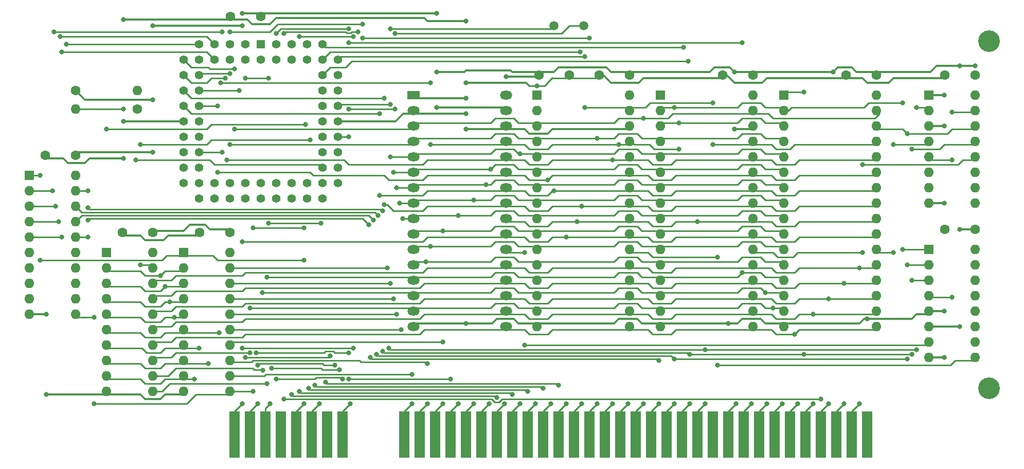
<source format=gbr>
G04 #@! TF.GenerationSoftware,KiCad,Pcbnew,(5.1.8)-1*
G04 #@! TF.CreationDate,2022-11-03T09:02:15-06:00*
G04 #@! TF.ProjectId,V40 64K 640K ISA,56343020-3634-44b2-9036-34304b204953,rev?*
G04 #@! TF.SameCoordinates,Original*
G04 #@! TF.FileFunction,Copper,L1,Top*
G04 #@! TF.FilePolarity,Positive*
%FSLAX46Y46*%
G04 Gerber Fmt 4.6, Leading zero omitted, Abs format (unit mm)*
G04 Created by KiCad (PCBNEW (5.1.8)-1) date 2022-11-03 09:02:15*
%MOMM*%
%LPD*%
G01*
G04 APERTURE LIST*
G04 #@! TA.AperFunction,ComponentPad*
%ADD10O,2.000000X1.440000*%
G04 #@! TD*
G04 #@! TA.AperFunction,ComponentPad*
%ADD11R,2.000000X1.440000*%
G04 #@! TD*
G04 #@! TA.AperFunction,ComponentPad*
%ADD12O,1.600000X1.600000*%
G04 #@! TD*
G04 #@! TA.AperFunction,ComponentPad*
%ADD13C,1.600000*%
G04 #@! TD*
G04 #@! TA.AperFunction,ComponentPad*
%ADD14C,1.500000*%
G04 #@! TD*
G04 #@! TA.AperFunction,ComponentPad*
%ADD15R,1.600000X1.600000*%
G04 #@! TD*
G04 #@! TA.AperFunction,ComponentPad*
%ADD16C,1.422400*%
G04 #@! TD*
G04 #@! TA.AperFunction,ComponentPad*
%ADD17R,1.422400X1.422400*%
G04 #@! TD*
G04 #@! TA.AperFunction,ConnectorPad*
%ADD18R,1.780000X7.620000*%
G04 #@! TD*
G04 #@! TA.AperFunction,ComponentPad*
%ADD19C,3.556000*%
G04 #@! TD*
G04 #@! TA.AperFunction,ViaPad*
%ADD20C,0.800000*%
G04 #@! TD*
G04 #@! TA.AperFunction,Conductor*
%ADD21C,0.250000*%
G04 #@! TD*
G04 #@! TA.AperFunction,Conductor*
%ADD22C,0.330200*%
G04 #@! TD*
G04 APERTURE END LIST*
D10*
G04 #@! TO.P,U1,17*
G04 #@! TO.N,/D3*
X102100380Y-111988600D03*
G04 #@! TO.P,U1,16*
G04 #@! TO.N,GND*
X86860380Y-111988600D03*
G04 #@! TO.P,U1,18*
G04 #@! TO.N,/D4*
X102100380Y-109448600D03*
G04 #@! TO.P,U1,15*
G04 #@! TO.N,/D2*
X86860380Y-109448600D03*
G04 #@! TO.P,U1,19*
G04 #@! TO.N,/D5*
X102100380Y-106908600D03*
G04 #@! TO.P,U1,14*
G04 #@! TO.N,/D1*
X86860380Y-106908600D03*
G04 #@! TO.P,U1,20*
G04 #@! TO.N,/D6*
X102100380Y-104368600D03*
G04 #@! TO.P,U1,13*
G04 #@! TO.N,/D0*
X86860380Y-104368600D03*
G04 #@! TO.P,U1,21*
G04 #@! TO.N,/D7*
X102100380Y-101828600D03*
G04 #@! TO.P,U1,12*
G04 #@! TO.N,/A0*
X86860380Y-101828600D03*
G04 #@! TO.P,U1,22*
G04 #@! TO.N,/64K_ROM_CS*
X102100380Y-99288600D03*
G04 #@! TO.P,U1,11*
G04 #@! TO.N,/A1*
X86860380Y-99288600D03*
G04 #@! TO.P,U1,23*
G04 #@! TO.N,/A10*
X102100380Y-96748600D03*
G04 #@! TO.P,U1,10*
G04 #@! TO.N,/A2*
X86860380Y-96748600D03*
G04 #@! TO.P,U1,24*
G04 #@! TO.N,/MRD*
X102100380Y-94208600D03*
G04 #@! TO.P,U1,9*
G04 #@! TO.N,/A3*
X86860380Y-94208600D03*
G04 #@! TO.P,U1,25*
G04 #@! TO.N,/A11*
X102100380Y-91668600D03*
G04 #@! TO.P,U1,8*
G04 #@! TO.N,/A4*
X86860380Y-91668600D03*
G04 #@! TO.P,U1,26*
G04 #@! TO.N,/A9*
X102100380Y-89128600D03*
G04 #@! TO.P,U1,7*
G04 #@! TO.N,/A5*
X86860380Y-89128600D03*
G04 #@! TO.P,U1,27*
G04 #@! TO.N,/A8*
X102100380Y-86588600D03*
G04 #@! TO.P,U1,6*
G04 #@! TO.N,/A6*
X86860380Y-86588600D03*
G04 #@! TO.P,U1,28*
G04 #@! TO.N,/A13*
X102100380Y-84048600D03*
G04 #@! TO.P,U1,5*
G04 #@! TO.N,/A7*
X86860380Y-84048600D03*
G04 #@! TO.P,U1,29*
G04 #@! TO.N,/A14*
X102100380Y-81508600D03*
G04 #@! TO.P,U1,4*
G04 #@! TO.N,/A12*
X86860380Y-81508600D03*
G04 #@! TO.P,U1,30*
G04 #@! TO.N,GND*
X102100380Y-78968600D03*
G04 #@! TO.P,U1,3*
G04 #@! TO.N,/A15*
X86860380Y-78968600D03*
G04 #@! TO.P,U1,31*
G04 #@! TO.N,VCC*
X102100380Y-76428600D03*
G04 #@! TO.P,U1,2*
G04 #@! TO.N,GND*
X86860380Y-76428600D03*
G04 #@! TO.P,U1,32*
G04 #@! TO.N,VCC*
X102100380Y-73888600D03*
D11*
G04 #@! TO.P,U1,1*
G04 #@! TO.N,GND*
X86860380Y-73888600D03*
G04 #@! TD*
D12*
G04 #@! TO.P,R2,2*
G04 #@! TO.N,/DEN*
X41394380Y-73126600D03*
D13*
G04 #@! TO.P,R2,1*
G04 #@! TO.N,VCC*
X31234380Y-73126600D03*
G04 #@! TD*
D12*
G04 #@! TO.P,R1,2*
G04 #@! TO.N,GND*
X31234380Y-76174600D03*
D13*
G04 #@! TO.P,R1,1*
G04 #@! TO.N,/POLL*
X41394380Y-76174600D03*
G04 #@! TD*
D14*
G04 #@! TO.P,Y1,2*
G04 #@! TO.N,/X2*
X114874380Y-62458600D03*
G04 #@! TO.P,Y1,1*
G04 #@! TO.N,/X1*
X109974380Y-62458600D03*
G04 #@! TD*
D12*
G04 #@! TO.P,U10,20*
G04 #@! TO.N,VCC*
X56634380Y-99796600D03*
G04 #@! TO.P,U10,10*
G04 #@! TO.N,GND*
X49014380Y-122656600D03*
G04 #@! TO.P,U10,19*
G04 #@! TO.N,/A7*
X56634380Y-102336600D03*
G04 #@! TO.P,U10,9*
G04 #@! TO.N,/AD0*
X49014380Y-120116600D03*
G04 #@! TO.P,U10,18*
G04 #@! TO.N,/A6*
X56634380Y-104876600D03*
G04 #@! TO.P,U10,8*
G04 #@! TO.N,/AD1*
X49014380Y-117576600D03*
G04 #@! TO.P,U10,17*
G04 #@! TO.N,/A5*
X56634380Y-107416600D03*
G04 #@! TO.P,U10,7*
G04 #@! TO.N,/AD2*
X49014380Y-115036600D03*
G04 #@! TO.P,U10,16*
G04 #@! TO.N,/A4*
X56634380Y-109956600D03*
G04 #@! TO.P,U10,6*
G04 #@! TO.N,/AD3*
X49014380Y-112496600D03*
G04 #@! TO.P,U10,15*
G04 #@! TO.N,/A3*
X56634380Y-112496600D03*
G04 #@! TO.P,U10,5*
G04 #@! TO.N,/AD4*
X49014380Y-109956600D03*
G04 #@! TO.P,U10,14*
G04 #@! TO.N,/A2*
X56634380Y-115036600D03*
G04 #@! TO.P,U10,4*
G04 #@! TO.N,/AD5*
X49014380Y-107416600D03*
G04 #@! TO.P,U10,13*
G04 #@! TO.N,/A1*
X56634380Y-117576600D03*
G04 #@! TO.P,U10,3*
G04 #@! TO.N,/AD6*
X49014380Y-104876600D03*
G04 #@! TO.P,U10,12*
G04 #@! TO.N,/A0*
X56634380Y-120116600D03*
G04 #@! TO.P,U10,2*
G04 #@! TO.N,/AD7*
X49014380Y-102336600D03*
G04 #@! TO.P,U10,11*
G04 #@! TO.N,/ALE*
X56634380Y-122656600D03*
D15*
G04 #@! TO.P,U10,1*
G04 #@! TO.N,/HOLDA*
X49014380Y-99796600D03*
G04 #@! TD*
D12*
G04 #@! TO.P,U9,20*
G04 #@! TO.N,VCC*
X43934380Y-99796600D03*
G04 #@! TO.P,U9,10*
G04 #@! TO.N,GND*
X36314380Y-122656600D03*
G04 #@! TO.P,U9,19*
G04 #@! TO.N,/DEN*
X43934380Y-102336600D03*
G04 #@! TO.P,U9,9*
G04 #@! TO.N,/AD0*
X36314380Y-120116600D03*
G04 #@! TO.P,U9,18*
G04 #@! TO.N,/D7*
X43934380Y-104876600D03*
G04 #@! TO.P,U9,8*
G04 #@! TO.N,/AD1*
X36314380Y-117576600D03*
G04 #@! TO.P,U9,17*
G04 #@! TO.N,/D6*
X43934380Y-107416600D03*
G04 #@! TO.P,U9,7*
G04 #@! TO.N,/AD2*
X36314380Y-115036600D03*
G04 #@! TO.P,U9,16*
G04 #@! TO.N,/D5*
X43934380Y-109956600D03*
G04 #@! TO.P,U9,6*
G04 #@! TO.N,/AD3*
X36314380Y-112496600D03*
G04 #@! TO.P,U9,15*
G04 #@! TO.N,/D4*
X43934380Y-112496600D03*
G04 #@! TO.P,U9,5*
G04 #@! TO.N,/AD4*
X36314380Y-109956600D03*
G04 #@! TO.P,U9,14*
G04 #@! TO.N,/D3*
X43934380Y-115036600D03*
G04 #@! TO.P,U9,4*
G04 #@! TO.N,/AD5*
X36314380Y-107416600D03*
G04 #@! TO.P,U9,13*
G04 #@! TO.N,/D2*
X43934380Y-117576600D03*
G04 #@! TO.P,U9,3*
G04 #@! TO.N,/AD6*
X36314380Y-104876600D03*
G04 #@! TO.P,U9,12*
G04 #@! TO.N,/D1*
X43934380Y-120116600D03*
G04 #@! TO.P,U9,2*
G04 #@! TO.N,/AD7*
X36314380Y-102336600D03*
G04 #@! TO.P,U9,11*
G04 #@! TO.N,/D0*
X43934380Y-122656600D03*
D15*
G04 #@! TO.P,U9,1*
G04 #@! TO.N,/DTR*
X36314380Y-99796600D03*
G04 #@! TD*
D12*
G04 #@! TO.P,U8,20*
G04 #@! TO.N,VCC*
X31234380Y-87096600D03*
G04 #@! TO.P,U8,10*
G04 #@! TO.N,GND*
X23614380Y-109956600D03*
G04 #@! TO.P,U8,19*
G04 #@! TO.N,/A19*
X31234380Y-89636600D03*
G04 #@! TO.P,U8,9*
G04 #@! TO.N,Net-(U8-Pad9)*
X23614380Y-107416600D03*
G04 #@! TO.P,U8,18*
G04 #@! TO.N,/A18*
X31234380Y-92176600D03*
G04 #@! TO.P,U8,8*
G04 #@! TO.N,Net-(U8-Pad8)*
X23614380Y-104876600D03*
G04 #@! TO.P,U8,17*
G04 #@! TO.N,/A17*
X31234380Y-94716600D03*
G04 #@! TO.P,U8,7*
G04 #@! TO.N,Net-(U8-Pad7)*
X23614380Y-102336600D03*
G04 #@! TO.P,U8,16*
G04 #@! TO.N,/A16*
X31234380Y-97256600D03*
G04 #@! TO.P,U8,6*
G04 #@! TO.N,Net-(U8-Pad6)*
X23614380Y-99796600D03*
G04 #@! TO.P,U8,15*
G04 #@! TO.N,Net-(U8-Pad15)*
X31234380Y-99796600D03*
G04 #@! TO.P,U8,5*
G04 #@! TO.N,/A16_*
X23614380Y-97256600D03*
G04 #@! TO.P,U8,14*
G04 #@! TO.N,Net-(U8-Pad14)*
X31234380Y-102336600D03*
G04 #@! TO.P,U8,4*
G04 #@! TO.N,/A17_*
X23614380Y-94716600D03*
G04 #@! TO.P,U8,13*
G04 #@! TO.N,Net-(U8-Pad13)*
X31234380Y-104876600D03*
G04 #@! TO.P,U8,3*
G04 #@! TO.N,/A18_*
X23614380Y-92176600D03*
G04 #@! TO.P,U8,12*
G04 #@! TO.N,Net-(U8-Pad12)*
X31234380Y-107416600D03*
G04 #@! TO.P,U8,2*
G04 #@! TO.N,/A19_*
X23614380Y-89636600D03*
G04 #@! TO.P,U8,11*
G04 #@! TO.N,/ALE*
X31234380Y-109956600D03*
D15*
G04 #@! TO.P,U8,1*
G04 #@! TO.N,/HOLDA*
X23614380Y-87096600D03*
G04 #@! TD*
D16*
G04 #@! TO.P,U7,60*
G04 #@! TO.N,/MWR*
X74414380Y-68046600D03*
G04 #@! TO.P,U7,58*
G04 #@! TO.N,Net-(U7-Pad58)*
X74414380Y-70586600D03*
G04 #@! TO.P,U7,56*
G04 #@! TO.N,/DEN*
X74414380Y-73126600D03*
G04 #@! TO.P,U7,54*
G04 #@! TO.N,/X1*
X74414380Y-75666600D03*
G04 #@! TO.P,U7,52*
G04 #@! TO.N,GND*
X74414380Y-78206600D03*
G04 #@! TO.P,U7,50*
G04 #@! TO.N,/ALE*
X74414380Y-80746600D03*
G04 #@! TO.P,U7,48*
G04 #@! TO.N,Net-(U7-Pad48)*
X74414380Y-83286600D03*
G04 #@! TO.P,U7,46*
G04 #@! TO.N,/SPK_GO*
X74414380Y-85826600D03*
G04 #@! TO.P,U7,61*
G04 #@! TO.N,/IORD*
X71874380Y-65506600D03*
G04 #@! TO.P,U7,59*
G04 #@! TO.N,/IOWR*
X71874380Y-70586600D03*
G04 #@! TO.P,U7,57*
G04 #@! TO.N,/DTR*
X71874380Y-73126600D03*
G04 #@! TO.P,U7,55*
G04 #@! TO.N,Net-(U7-Pad55)*
X71874380Y-75666600D03*
G04 #@! TO.P,U7,53*
G04 #@! TO.N,/X2*
X71874380Y-78206600D03*
G04 #@! TO.P,U7,51*
G04 #@! TO.N,Net-(U7-Pad51)*
X71874380Y-80746600D03*
G04 #@! TO.P,U7,49*
G04 #@! TO.N,Net-(U7-Pad49)*
X71874380Y-83286600D03*
G04 #@! TO.P,U7,47*
G04 #@! TO.N,/POLL*
X71874380Y-85826600D03*
G04 #@! TO.P,U7,45*
G04 #@! TO.N,/SPK_OUT*
X71874380Y-88366600D03*
G04 #@! TO.P,U7,43*
G04 #@! TO.N,/IRQ7*
X71874380Y-90906600D03*
G04 #@! TO.P,U7,41*
G04 #@! TO.N,/IRQ5*
X69334380Y-90906600D03*
G04 #@! TO.P,U7,39*
G04 #@! TO.N,/IRQ3*
X66794380Y-90906600D03*
G04 #@! TO.P,U7,37*
G04 #@! TO.N,/IRQ1*
X64254380Y-90906600D03*
G04 #@! TO.P,U7,35*
G04 #@! TO.N,Net-(U7-Pad35)*
X61714380Y-90906600D03*
G04 #@! TO.P,U7,33*
G04 #@! TO.N,Net-(U7-Pad33)*
X59174380Y-90906600D03*
G04 #@! TO.P,U7,31*
G04 #@! TO.N,Net-(U7-Pad31)*
X56634380Y-90906600D03*
G04 #@! TO.P,U7,29*
G04 #@! TO.N,Net-(U7-Pad29)*
X54094380Y-90906600D03*
G04 #@! TO.P,U7,27*
G04 #@! TO.N,Net-(U7-Pad27)*
X51554380Y-90906600D03*
G04 #@! TO.P,U7,44*
G04 #@! TO.N,/HF_PCLK*
X74414380Y-88366600D03*
G04 #@! TO.P,U7,42*
G04 #@! TO.N,/IRQ6*
X69334380Y-88366600D03*
G04 #@! TO.P,U7,40*
G04 #@! TO.N,/IRQ4*
X66794380Y-88366600D03*
G04 #@! TO.P,U7,38*
G04 #@! TO.N,/IRQ2*
X64254380Y-88366600D03*
G04 #@! TO.P,U7,36*
G04 #@! TO.N,Net-(U7-Pad36)*
X61714380Y-88366600D03*
G04 #@! TO.P,U7,34*
G04 #@! TO.N,Net-(U7-Pad34)*
X59174380Y-88366600D03*
G04 #@! TO.P,U7,32*
G04 #@! TO.N,Net-(U7-Pad32)*
X56634380Y-88366600D03*
G04 #@! TO.P,U7,30*
G04 #@! TO.N,Net-(U7-Pad30)*
X54094380Y-88366600D03*
G04 #@! TO.P,U7,28*
G04 #@! TO.N,Net-(U7-Pad28)*
X51554380Y-88366600D03*
G04 #@! TO.P,U7,26*
G04 #@! TO.N,/AD0*
X49014380Y-88366600D03*
G04 #@! TO.P,U7,24*
G04 #@! TO.N,/AD2*
X49014380Y-85826600D03*
G04 #@! TO.P,U7,22*
G04 #@! TO.N,/AD4*
X49014380Y-83286600D03*
G04 #@! TO.P,U7,20*
G04 #@! TO.N,/AD6*
X49014380Y-80746600D03*
G04 #@! TO.P,U7,18*
G04 #@! TO.N,GND*
X49014380Y-78206600D03*
G04 #@! TO.P,U7,16*
G04 #@! TO.N,/A9*
X49014380Y-75666600D03*
G04 #@! TO.P,U7,14*
G04 #@! TO.N,/A11*
X49014380Y-73126600D03*
G04 #@! TO.P,U7,12*
G04 #@! TO.N,/A13*
X49014380Y-70586600D03*
G04 #@! TO.P,U7,10*
G04 #@! TO.N,/A15*
X49014380Y-68046600D03*
G04 #@! TO.P,U7,25*
G04 #@! TO.N,/AD1*
X51554380Y-85826600D03*
G04 #@! TO.P,U7,23*
G04 #@! TO.N,/AD3*
X51554380Y-83286600D03*
G04 #@! TO.P,U7,21*
G04 #@! TO.N,/AD5*
X51554380Y-80746600D03*
G04 #@! TO.P,U7,19*
G04 #@! TO.N,/AD7*
X51554380Y-78206600D03*
G04 #@! TO.P,U7,17*
G04 #@! TO.N,/A8*
X51554380Y-75666600D03*
G04 #@! TO.P,U7,15*
G04 #@! TO.N,/A10*
X51554380Y-73126600D03*
G04 #@! TO.P,U7,13*
G04 #@! TO.N,/A12*
X51554380Y-70586600D03*
G04 #@! TO.P,U7,11*
G04 #@! TO.N,/A14*
X51554380Y-68046600D03*
G04 #@! TO.P,U7,63*
G04 #@! TO.N,Net-(U7-Pad63)*
X69334380Y-65506600D03*
G04 #@! TO.P,U7,65*
G04 #@! TO.N,Net-(U7-Pad65)*
X66794380Y-65506600D03*
G04 #@! TO.P,U7,67*
G04 #@! TO.N,/RDY1*
X64254380Y-65506600D03*
G04 #@! TO.P,U7,9*
G04 #@! TO.N,/A16_*
X51554380Y-65506600D03*
G04 #@! TO.P,U7,7*
G04 #@! TO.N,/A18_*
X54094380Y-65506600D03*
G04 #@! TO.P,U7,5*
G04 #@! TO.N,/REFRQ*
X56634380Y-65506600D03*
G04 #@! TO.P,U7,3*
G04 #@! TO.N,/HOLDA*
X59174380Y-65506600D03*
D17*
G04 #@! TO.P,U7,1*
G04 #@! TO.N,VCC*
X61714380Y-65506600D03*
D16*
G04 #@! TO.P,U7,62*
G04 #@! TO.N,/MRD*
X71874380Y-68046600D03*
G04 #@! TO.P,U7,64*
G04 #@! TO.N,Net-(U7-Pad64)*
X69334380Y-68046600D03*
G04 #@! TO.P,U7,66*
G04 #@! TO.N,/NMI*
X66794380Y-68046600D03*
G04 #@! TO.P,U7,68*
G04 #@! TO.N,/RESET*
X64254380Y-68046600D03*
G04 #@! TO.P,U7,8*
G04 #@! TO.N,/A17_*
X54094380Y-68046600D03*
G04 #@! TO.P,U7,6*
G04 #@! TO.N,/A19_*
X56634380Y-68046600D03*
G04 #@! TO.P,U7,4*
G04 #@! TO.N,/HOLD*
X59174380Y-68046600D03*
G04 #@! TO.P,U7,2*
G04 #@! TO.N,Net-(U7-Pad2)*
X61714380Y-68046600D03*
G04 #@! TD*
D18*
G04 #@! TO.P,J1,9*
G04 #@! TO.N,/SPK_OUT*
X57396380Y-129768600D03*
G04 #@! TO.P,J1,10*
G04 #@! TO.N,/SPK_GO*
X59936380Y-129768600D03*
G04 #@! TO.P,J1,11*
G04 #@! TO.N,/HF_PCLK*
X62476380Y-129768600D03*
G04 #@! TO.P,J1,12*
G04 #@! TO.N,/DRQ0*
X65016380Y-129768600D03*
G04 #@! TO.P,J1,13*
G04 #@! TO.N,/HOLDA*
X67556380Y-129768600D03*
G04 #@! TO.P,J1,14*
G04 #@! TO.N,/HOLD*
X70096380Y-129768600D03*
G04 #@! TO.P,J1,15*
G04 #@! TO.N,/READY*
X72636380Y-129768600D03*
G04 #@! TO.P,J1,16*
G04 #@! TO.N,/RESET*
X75176380Y-129768600D03*
G04 #@! TD*
D13*
G04 #@! TO.P,C10,2*
G04 #@! TO.N,VCC*
X56634380Y-96494600D03*
G04 #@! TO.P,C10,1*
G04 #@! TO.N,GND*
X51634380Y-96494600D03*
G04 #@! TD*
G04 #@! TO.P,C9,2*
G04 #@! TO.N,VCC*
X43934380Y-96494600D03*
G04 #@! TO.P,C9,1*
G04 #@! TO.N,GND*
X38934380Y-96494600D03*
G04 #@! TD*
G04 #@! TO.P,C8,2*
G04 #@! TO.N,VCC*
X31234380Y-83794600D03*
G04 #@! TO.P,C8,1*
G04 #@! TO.N,GND*
X26234380Y-83794600D03*
G04 #@! TD*
G04 #@! TO.P,C7,2*
G04 #@! TO.N,VCC*
X61714380Y-60934600D03*
G04 #@! TO.P,C7,1*
G04 #@! TO.N,GND*
X56714380Y-60934600D03*
G04 #@! TD*
G04 #@! TO.P,C2,2*
G04 #@! TO.N,VCC*
X122420380Y-70586600D03*
G04 #@! TO.P,C2,1*
G04 #@! TO.N,GND*
X117420380Y-70586600D03*
G04 #@! TD*
D12*
G04 #@! TO.P,U2,32*
G04 #@! TO.N,VCC*
X122420380Y-73888600D03*
G04 #@! TO.P,U2,16*
G04 #@! TO.N,GND*
X107180380Y-111988600D03*
G04 #@! TO.P,U2,31*
G04 #@! TO.N,/MWR*
X122420380Y-76428600D03*
G04 #@! TO.P,U2,15*
G04 #@! TO.N,/D2*
X107180380Y-109448600D03*
G04 #@! TO.P,U2,30*
G04 #@! TO.N,GND*
X122420380Y-78968600D03*
G04 #@! TO.P,U2,14*
G04 #@! TO.N,/D1*
X107180380Y-106908600D03*
G04 #@! TO.P,U2,29*
G04 #@! TO.N,/A14*
X122420380Y-81508600D03*
G04 #@! TO.P,U2,13*
G04 #@! TO.N,/D0*
X107180380Y-104368600D03*
G04 #@! TO.P,U2,28*
G04 #@! TO.N,/A13*
X122420380Y-84048600D03*
G04 #@! TO.P,U2,12*
G04 #@! TO.N,/A0*
X107180380Y-101828600D03*
G04 #@! TO.P,U2,27*
G04 #@! TO.N,/A8*
X122420380Y-86588600D03*
G04 #@! TO.P,U2,11*
G04 #@! TO.N,/A1*
X107180380Y-99288600D03*
G04 #@! TO.P,U2,26*
G04 #@! TO.N,/A9*
X122420380Y-89128600D03*
G04 #@! TO.P,U2,10*
G04 #@! TO.N,/A2*
X107180380Y-96748600D03*
G04 #@! TO.P,U2,25*
G04 #@! TO.N,/A11*
X122420380Y-91668600D03*
G04 #@! TO.P,U2,9*
G04 #@! TO.N,/A3*
X107180380Y-94208600D03*
G04 #@! TO.P,U2,24*
G04 #@! TO.N,/MRD*
X122420380Y-94208600D03*
G04 #@! TO.P,U2,8*
G04 #@! TO.N,/A4*
X107180380Y-91668600D03*
G04 #@! TO.P,U2,23*
G04 #@! TO.N,/A10*
X122420380Y-96748600D03*
G04 #@! TO.P,U2,7*
G04 #@! TO.N,/A5*
X107180380Y-89128600D03*
G04 #@! TO.P,U2,22*
G04 #@! TO.N,/E0000_CS*
X122420380Y-99288600D03*
G04 #@! TO.P,U2,6*
G04 #@! TO.N,/A6*
X107180380Y-86588600D03*
G04 #@! TO.P,U2,21*
G04 #@! TO.N,/D7*
X122420380Y-101828600D03*
G04 #@! TO.P,U2,5*
G04 #@! TO.N,/A7*
X107180380Y-84048600D03*
G04 #@! TO.P,U2,20*
G04 #@! TO.N,/D6*
X122420380Y-104368600D03*
G04 #@! TO.P,U2,4*
G04 #@! TO.N,/A12*
X107180380Y-81508600D03*
G04 #@! TO.P,U2,19*
G04 #@! TO.N,/D5*
X122420380Y-106908600D03*
G04 #@! TO.P,U2,3*
G04 #@! TO.N,/A15*
X107180380Y-78968600D03*
G04 #@! TO.P,U2,18*
G04 #@! TO.N,/D4*
X122420380Y-109448600D03*
G04 #@! TO.P,U2,2*
G04 #@! TO.N,GND*
X107180380Y-76428600D03*
G04 #@! TO.P,U2,17*
G04 #@! TO.N,/D3*
X122420380Y-111988600D03*
D15*
G04 #@! TO.P,U2,1*
G04 #@! TO.N,GND*
X107180380Y-73888600D03*
G04 #@! TD*
D13*
G04 #@! TO.P,C1,2*
G04 #@! TO.N,VCC*
X107514380Y-70586600D03*
G04 #@! TO.P,C1,1*
G04 #@! TO.N,GND*
X112514380Y-70586600D03*
G04 #@! TD*
D12*
G04 #@! TO.P,U3,32*
G04 #@! TO.N,VCC*
X142740380Y-73888600D03*
G04 #@! TO.P,U3,16*
G04 #@! TO.N,GND*
X127500380Y-111988600D03*
G04 #@! TO.P,U3,31*
G04 #@! TO.N,/A15*
X142740380Y-76428600D03*
G04 #@! TO.P,U3,15*
G04 #@! TO.N,/D2*
X127500380Y-109448600D03*
G04 #@! TO.P,U3,30*
G04 #@! TO.N,VCC*
X142740380Y-78968600D03*
G04 #@! TO.P,U3,14*
G04 #@! TO.N,/D1*
X127500380Y-106908600D03*
G04 #@! TO.P,U3,29*
G04 #@! TO.N,/MWR*
X142740380Y-81508600D03*
G04 #@! TO.P,U3,13*
G04 #@! TO.N,/D0*
X127500380Y-104368600D03*
G04 #@! TO.P,U3,28*
G04 #@! TO.N,/A13*
X142740380Y-84048600D03*
G04 #@! TO.P,U3,12*
G04 #@! TO.N,/A0*
X127500380Y-101828600D03*
G04 #@! TO.P,U3,27*
G04 #@! TO.N,/A8*
X142740380Y-86588600D03*
G04 #@! TO.P,U3,11*
G04 #@! TO.N,/A1*
X127500380Y-99288600D03*
G04 #@! TO.P,U3,26*
G04 #@! TO.N,/A9*
X142740380Y-89128600D03*
G04 #@! TO.P,U3,10*
G04 #@! TO.N,/A2*
X127500380Y-96748600D03*
G04 #@! TO.P,U3,25*
G04 #@! TO.N,/A11*
X142740380Y-91668600D03*
G04 #@! TO.P,U3,9*
G04 #@! TO.N,/A3*
X127500380Y-94208600D03*
G04 #@! TO.P,U3,24*
G04 #@! TO.N,/MRD*
X142740380Y-94208600D03*
G04 #@! TO.P,U3,8*
G04 #@! TO.N,/A4*
X127500380Y-91668600D03*
G04 #@! TO.P,U3,23*
G04 #@! TO.N,/A10*
X142740380Y-96748600D03*
G04 #@! TO.P,U3,7*
G04 #@! TO.N,/A5*
X127500380Y-89128600D03*
G04 #@! TO.P,U3,22*
G04 #@! TO.N,/128K_CS*
X142740380Y-99288600D03*
G04 #@! TO.P,U3,6*
G04 #@! TO.N,/A6*
X127500380Y-86588600D03*
G04 #@! TO.P,U3,21*
G04 #@! TO.N,/D7*
X142740380Y-101828600D03*
G04 #@! TO.P,U3,5*
G04 #@! TO.N,/A7*
X127500380Y-84048600D03*
G04 #@! TO.P,U3,20*
G04 #@! TO.N,/D6*
X142740380Y-104368600D03*
G04 #@! TO.P,U3,4*
G04 #@! TO.N,/A12*
X127500380Y-81508600D03*
G04 #@! TO.P,U3,19*
G04 #@! TO.N,/D5*
X142740380Y-106908600D03*
G04 #@! TO.P,U3,3*
G04 #@! TO.N,/A14*
X127500380Y-78968600D03*
G04 #@! TO.P,U3,18*
G04 #@! TO.N,/D4*
X142740380Y-109448600D03*
G04 #@! TO.P,U3,2*
G04 #@! TO.N,/A16*
X127500380Y-76428600D03*
G04 #@! TO.P,U3,17*
G04 #@! TO.N,/D3*
X142740380Y-111988600D03*
D15*
G04 #@! TO.P,U3,1*
G04 #@! TO.N,Net-(U3-Pad1)*
X127500380Y-73888600D03*
G04 #@! TD*
D12*
G04 #@! TO.P,U4,32*
G04 #@! TO.N,VCC*
X163060380Y-73888600D03*
G04 #@! TO.P,U4,16*
G04 #@! TO.N,GND*
X147820380Y-111988600D03*
G04 #@! TO.P,U4,31*
G04 #@! TO.N,/A15*
X163060380Y-76428600D03*
G04 #@! TO.P,U4,15*
G04 #@! TO.N,/D2*
X147820380Y-109448600D03*
G04 #@! TO.P,U4,30*
G04 #@! TO.N,/A17*
X163060380Y-78968600D03*
G04 #@! TO.P,U4,14*
G04 #@! TO.N,/D1*
X147820380Y-106908600D03*
G04 #@! TO.P,U4,29*
G04 #@! TO.N,/MWR*
X163060380Y-81508600D03*
G04 #@! TO.P,U4,13*
G04 #@! TO.N,/D0*
X147820380Y-104368600D03*
G04 #@! TO.P,U4,28*
G04 #@! TO.N,/A13*
X163060380Y-84048600D03*
G04 #@! TO.P,U4,12*
G04 #@! TO.N,/A0*
X147820380Y-101828600D03*
G04 #@! TO.P,U4,27*
G04 #@! TO.N,/A8*
X163060380Y-86588600D03*
G04 #@! TO.P,U4,11*
G04 #@! TO.N,/A1*
X147820380Y-99288600D03*
G04 #@! TO.P,U4,26*
G04 #@! TO.N,/A9*
X163060380Y-89128600D03*
G04 #@! TO.P,U4,10*
G04 #@! TO.N,/A2*
X147820380Y-96748600D03*
G04 #@! TO.P,U4,25*
G04 #@! TO.N,/A11*
X163060380Y-91668600D03*
G04 #@! TO.P,U4,9*
G04 #@! TO.N,/A3*
X147820380Y-94208600D03*
G04 #@! TO.P,U4,24*
G04 #@! TO.N,/MRD*
X163060380Y-94208600D03*
G04 #@! TO.P,U4,8*
G04 #@! TO.N,/A4*
X147820380Y-91668600D03*
G04 #@! TO.P,U4,23*
G04 #@! TO.N,/A10*
X163060380Y-96748600D03*
G04 #@! TO.P,U4,7*
G04 #@! TO.N,/A5*
X147820380Y-89128600D03*
G04 #@! TO.P,U4,22*
G04 #@! TO.N,/512K_CS*
X163060380Y-99288600D03*
G04 #@! TO.P,U4,6*
G04 #@! TO.N,/A6*
X147820380Y-86588600D03*
G04 #@! TO.P,U4,21*
G04 #@! TO.N,/D7*
X163060380Y-101828600D03*
G04 #@! TO.P,U4,5*
G04 #@! TO.N,/A7*
X147820380Y-84048600D03*
G04 #@! TO.P,U4,20*
G04 #@! TO.N,/D6*
X163060380Y-104368600D03*
G04 #@! TO.P,U4,4*
G04 #@! TO.N,/A12*
X147820380Y-81508600D03*
G04 #@! TO.P,U4,19*
G04 #@! TO.N,/D5*
X163060380Y-106908600D03*
G04 #@! TO.P,U4,3*
G04 #@! TO.N,/A14*
X147820380Y-78968600D03*
G04 #@! TO.P,U4,18*
G04 #@! TO.N,/D4*
X163060380Y-109448600D03*
G04 #@! TO.P,U4,2*
G04 #@! TO.N,/A16*
X147820380Y-76428600D03*
G04 #@! TO.P,U4,17*
G04 #@! TO.N,/D3*
X163060380Y-111988600D03*
D15*
G04 #@! TO.P,U4,1*
G04 #@! TO.N,/A18*
X147820380Y-73888600D03*
G04 #@! TD*
D13*
G04 #@! TO.P,C6,2*
G04 #@! TO.N,VCC*
X179316380Y-95986600D03*
G04 #@! TO.P,C6,1*
G04 #@! TO.N,GND*
X174316380Y-95986600D03*
G04 #@! TD*
G04 #@! TO.P,C3,2*
G04 #@! TO.N,VCC*
X142740380Y-70586600D03*
G04 #@! TO.P,C3,1*
G04 #@! TO.N,GND*
X137740380Y-70586600D03*
G04 #@! TD*
D18*
G04 #@! TO.P,J9,62*
G04 #@! TO.N,/A0*
X85336380Y-129768600D03*
G04 #@! TO.P,J9,61*
G04 #@! TO.N,/A1*
X87876380Y-129768600D03*
G04 #@! TO.P,J9,60*
G04 #@! TO.N,/A2*
X90416380Y-129768600D03*
G04 #@! TO.P,J9,59*
G04 #@! TO.N,/A3*
X92956380Y-129768600D03*
G04 #@! TO.P,J9,58*
G04 #@! TO.N,/A4*
X95496380Y-129768600D03*
G04 #@! TO.P,J9,57*
G04 #@! TO.N,/A5*
X98036380Y-129768600D03*
G04 #@! TO.P,J9,56*
G04 #@! TO.N,/A6*
X100576380Y-129768600D03*
G04 #@! TO.P,J9,55*
G04 #@! TO.N,/A7*
X103116380Y-129768600D03*
G04 #@! TO.P,J9,54*
G04 #@! TO.N,/A8*
X105656380Y-129768600D03*
G04 #@! TO.P,J9,53*
G04 #@! TO.N,/A9*
X108196380Y-129768600D03*
G04 #@! TO.P,J9,52*
G04 #@! TO.N,/A10*
X110736380Y-129768600D03*
G04 #@! TO.P,J9,51*
G04 #@! TO.N,/A11*
X113276380Y-129768600D03*
G04 #@! TO.P,J9,50*
G04 #@! TO.N,/A12*
X115816380Y-129768600D03*
G04 #@! TO.P,J9,49*
G04 #@! TO.N,/A13*
X118356380Y-129768600D03*
G04 #@! TO.P,J9,48*
G04 #@! TO.N,/A14*
X120896380Y-129768600D03*
G04 #@! TO.P,J9,47*
G04 #@! TO.N,/A15*
X123436380Y-129768600D03*
G04 #@! TO.P,J9,46*
G04 #@! TO.N,/A16*
X125976380Y-129768600D03*
G04 #@! TO.P,J9,45*
G04 #@! TO.N,/A17*
X128516380Y-129768600D03*
G04 #@! TO.P,J9,44*
G04 #@! TO.N,/A18*
X131056380Y-129768600D03*
G04 #@! TO.P,J9,43*
G04 #@! TO.N,/A19*
X133596380Y-129768600D03*
G04 #@! TO.P,J9,42*
G04 #@! TO.N,/AEN*
X136136380Y-129768600D03*
G04 #@! TO.P,J9,41*
G04 #@! TO.N,/RDY1*
X138676380Y-129768600D03*
G04 #@! TO.P,J9,40*
G04 #@! TO.N,/D0*
X141216380Y-129768600D03*
G04 #@! TO.P,J9,39*
G04 #@! TO.N,/D1*
X143756380Y-129768600D03*
G04 #@! TO.P,J9,38*
G04 #@! TO.N,/D2*
X146296380Y-129768600D03*
G04 #@! TO.P,J9,37*
G04 #@! TO.N,/D3*
X148836380Y-129768600D03*
G04 #@! TO.P,J9,36*
G04 #@! TO.N,/D4*
X151376380Y-129768600D03*
G04 #@! TO.P,J9,35*
G04 #@! TO.N,/D5*
X153916380Y-129768600D03*
G04 #@! TO.P,J9,34*
G04 #@! TO.N,/D6*
X156456380Y-129768600D03*
G04 #@! TO.P,J9,33*
G04 #@! TO.N,/D7*
X158996380Y-129768600D03*
G04 #@! TO.P,J9,32*
G04 #@! TO.N,/CH_CK*
X161536380Y-129768600D03*
G04 #@! TD*
D19*
G04 #@! TO.P,R,1*
G04 #@! TO.N,/GND*
X181602380Y-122148600D03*
G04 #@! TD*
G04 #@! TO.P,R,1*
G04 #@! TO.N,N/C*
X181602380Y-64998600D03*
G04 #@! TD*
D12*
G04 #@! TO.P,U6,16*
G04 #@! TO.N,VCC*
X179316380Y-99288600D03*
G04 #@! TO.P,U6,8*
G04 #@! TO.N,GND*
X171696380Y-117068600D03*
G04 #@! TO.P,U6,15*
G04 #@! TO.N,Net-(U6-Pad15)*
X179316380Y-101828600D03*
G04 #@! TO.P,U6,7*
G04 #@! TO.N,/64K_ROM_CS*
X171696380Y-114528600D03*
G04 #@! TO.P,U6,14*
G04 #@! TO.N,Net-(U6-Pad14)*
X179316380Y-104368600D03*
G04 #@! TO.P,U6,6*
G04 #@! TO.N,VCC*
X171696380Y-111988600D03*
G04 #@! TO.P,U6,13*
G04 #@! TO.N,Net-(U6-Pad13)*
X179316380Y-106908600D03*
G04 #@! TO.P,U6,5*
G04 #@! TO.N,GND*
X171696380Y-109448600D03*
G04 #@! TO.P,U6,12*
G04 #@! TO.N,Net-(U6-Pad12)*
X179316380Y-109448600D03*
G04 #@! TO.P,U6,4*
G04 #@! TO.N,/UPPER_512K*
X171696380Y-106908600D03*
G04 #@! TO.P,U6,11*
G04 #@! TO.N,Net-(U6-Pad11)*
X179316380Y-111988600D03*
G04 #@! TO.P,U6,3*
G04 #@! TO.N,/A18*
X171696380Y-104368600D03*
G04 #@! TO.P,U6,10*
G04 #@! TO.N,Net-(U6-Pad10)*
X179316380Y-114528600D03*
G04 #@! TO.P,U6,2*
G04 #@! TO.N,/A17*
X171696380Y-101828600D03*
G04 #@! TO.P,U6,9*
G04 #@! TO.N,/E0000_CS*
X179316380Y-117068600D03*
D15*
G04 #@! TO.P,U6,1*
G04 #@! TO.N,/A16*
X171696380Y-99288600D03*
G04 #@! TD*
D12*
G04 #@! TO.P,U5,16*
G04 #@! TO.N,VCC*
X179316380Y-73888600D03*
G04 #@! TO.P,U5,8*
G04 #@! TO.N,GND*
X171696380Y-91668600D03*
G04 #@! TO.P,U5,15*
G04 #@! TO.N,/UPPER_512K*
X179316380Y-76428600D03*
G04 #@! TO.P,U5,7*
G04 #@! TO.N,Net-(U5-Pad7)*
X171696380Y-89128600D03*
G04 #@! TO.P,U5,14*
G04 #@! TO.N,/A17*
X179316380Y-78968600D03*
G04 #@! TO.P,U5,6*
G04 #@! TO.N,Net-(U5-Pad6)*
X171696380Y-86588600D03*
G04 #@! TO.P,U5,13*
G04 #@! TO.N,/A18*
X179316380Y-81508600D03*
G04 #@! TO.P,U5,5*
G04 #@! TO.N,/UPPER_512K*
X171696380Y-84048600D03*
G04 #@! TO.P,U5,12*
G04 #@! TO.N,/128K_CS*
X179316380Y-84048600D03*
G04 #@! TO.P,U5,4*
G04 #@! TO.N,/512K_CS*
X171696380Y-81508600D03*
G04 #@! TO.P,U5,11*
G04 #@! TO.N,Net-(U5-Pad11)*
X179316380Y-86588600D03*
G04 #@! TO.P,U5,3*
G04 #@! TO.N,GND*
X171696380Y-78968600D03*
G04 #@! TO.P,U5,10*
G04 #@! TO.N,Net-(U5-Pad10)*
X179316380Y-89128600D03*
G04 #@! TO.P,U5,2*
G04 #@! TO.N,/A19*
X171696380Y-76428600D03*
G04 #@! TO.P,U5,9*
G04 #@! TO.N,Net-(U5-Pad9)*
X179316380Y-91668600D03*
D15*
G04 #@! TO.P,U5,1*
G04 #@! TO.N,GND*
X171696380Y-73888600D03*
G04 #@! TD*
D13*
G04 #@! TO.P,C5,2*
G04 #@! TO.N,VCC*
X179316380Y-70586600D03*
G04 #@! TO.P,C5,1*
G04 #@! TO.N,GND*
X174316380Y-70586600D03*
G04 #@! TD*
G04 #@! TO.P,C4,2*
G04 #@! TO.N,VCC*
X163060380Y-70586600D03*
G04 #@! TO.P,C4,1*
G04 #@! TO.N,GND*
X158060380Y-70586600D03*
G04 #@! TD*
D20*
G04 #@! TO.N,/IRQ2*
X153916380Y-123926600D03*
X65524380Y-123926600D03*
G04 #@! TO.N,/IRQ7*
X110736380Y-121640600D03*
X72382380Y-121132600D03*
G04 #@! TO.N,/IRQ6*
X108196380Y-122148600D03*
X70604380Y-121640600D03*
G04 #@! TO.N,/IRQ5*
X105656380Y-122656600D03*
X69588380Y-122148600D03*
G04 #@! TO.N,/IRQ4*
X103116380Y-123164600D03*
X68064380Y-122656600D03*
G04 #@! TO.N,/IRQ3*
X100576380Y-123672600D03*
X66794380Y-123164600D03*
G04 #@! TO.N,/ALE*
X76192380Y-80746600D03*
X76192380Y-116306600D03*
X60952380Y-116306600D03*
X60444380Y-122656600D03*
X92956380Y-120624600D03*
X76192380Y-120624600D03*
X34282380Y-124688600D03*
X34282380Y-110464600D03*
G04 #@! TO.N,/D7*
X160266380Y-124688600D03*
X160266380Y-102336600D03*
G04 #@! TO.N,/D6*
X157726380Y-124688600D03*
X157726380Y-104876600D03*
G04 #@! TO.N,/D5*
X155186380Y-124688600D03*
X155186380Y-107416600D03*
G04 #@! TO.N,/D4*
X152646380Y-124688600D03*
X152646380Y-109956600D03*
G04 #@! TO.N,/D3*
X150106380Y-124688600D03*
X149598380Y-113258600D03*
G04 #@! TO.N,/D2*
X147566380Y-124688600D03*
X146042380Y-108940600D03*
X59936380Y-116306600D03*
X59936380Y-108940600D03*
G04 #@! TO.N,/D1*
X145026380Y-124688600D03*
X144772380Y-106400600D03*
X61968380Y-106400600D03*
X62038440Y-119147306D03*
G04 #@! TO.N,/D0*
X142486380Y-124688600D03*
X140962380Y-103098600D03*
X62730380Y-121386600D03*
X62730380Y-103860600D03*
G04 #@! TO.N,/RDY1*
X139946380Y-124688600D03*
X76192380Y-65252600D03*
X140962380Y-65252600D03*
X64254380Y-63728600D03*
X76192380Y-62929610D03*
G04 #@! TO.N,/A19*
X134866380Y-124688600D03*
X169664380Y-75920600D03*
X169664380Y-115798600D03*
X134866380Y-115798600D03*
X33266380Y-92430600D03*
X33266380Y-89636600D03*
X82796380Y-115544600D03*
X81780380Y-92938600D03*
G04 #@! TO.N,/A18*
X132326380Y-124688600D03*
X168902380Y-82778600D03*
X168902380Y-116560600D03*
X132326380Y-116560600D03*
X151122380Y-116560600D03*
X151122380Y-73380600D03*
X168902380Y-104368600D03*
X81018380Y-93700600D03*
X81825272Y-116024057D03*
G04 #@! TO.N,/A17*
X129786380Y-124688600D03*
X168140380Y-80238600D03*
X168140380Y-117322600D03*
X129786380Y-117322600D03*
X168140380Y-101828600D03*
X80256380Y-94462600D03*
X80764380Y-116560608D03*
G04 #@! TO.N,/A16*
X127246380Y-124688600D03*
X129786380Y-75920600D03*
X167378380Y-75158600D03*
X167378380Y-99288600D03*
X127246380Y-117576600D03*
X33266380Y-94462600D03*
X33266380Y-97256600D03*
X79748380Y-117068600D03*
X79494380Y-95224600D03*
G04 #@! TO.N,/A15*
X124706380Y-124688600D03*
X124706380Y-77698600D03*
X57396380Y-69570600D03*
X57396380Y-79476600D03*
G04 #@! TO.N,/A14*
X122166380Y-124688600D03*
X120642380Y-82016600D03*
X130548380Y-82778600D03*
X130548380Y-78460600D03*
X55110380Y-71856600D03*
X89654380Y-82016600D03*
X89654380Y-71856600D03*
G04 #@! TO.N,/A13*
X119626380Y-124688600D03*
X119626380Y-84556600D03*
X55872380Y-71094600D03*
X56126380Y-84556600D03*
G04 #@! TO.N,/A12*
X117086380Y-124688600D03*
X117086380Y-81000600D03*
X56634380Y-70332600D03*
X56634380Y-82016600D03*
G04 #@! TO.N,/A11*
X114546380Y-124688600D03*
X114546380Y-92176600D03*
X82034380Y-74396600D03*
X82034380Y-91922600D03*
G04 #@! TO.N,/A10*
X112006380Y-124688600D03*
X112006380Y-97256600D03*
X58158380Y-73126600D03*
X58666380Y-98018600D03*
G04 #@! TO.N,/A9*
X109466380Y-124688600D03*
X109974380Y-89636600D03*
X81272380Y-90398600D03*
X81272380Y-76936600D03*
G04 #@! TO.N,/A8*
X106926380Y-124688600D03*
X108958380Y-87858600D03*
X54602380Y-86588600D03*
X54602380Y-75666600D03*
G04 #@! TO.N,/A7*
X104386380Y-124688600D03*
X104386380Y-83540600D03*
X83050380Y-84048600D03*
X82542380Y-102336600D03*
G04 #@! TO.N,/A6*
X101846380Y-124688600D03*
X99560380Y-86080600D03*
X83558380Y-86588600D03*
X83050380Y-104876600D03*
G04 #@! TO.N,/A5*
X99306380Y-124688600D03*
X98798380Y-88620600D03*
X84066380Y-89128600D03*
X83558380Y-107416600D03*
G04 #@! TO.N,/A4*
X96766380Y-124688600D03*
X96766380Y-91160600D03*
X84574380Y-91668600D03*
X84066380Y-109956600D03*
G04 #@! TO.N,/A3*
X94226380Y-124688600D03*
X94226380Y-93700600D03*
X85082380Y-94208600D03*
X84828380Y-112496600D03*
G04 #@! TO.N,/A2*
X91686380Y-124688600D03*
X91686380Y-96240600D03*
X91686380Y-114528600D03*
G04 #@! TO.N,/A1*
X89146380Y-124688600D03*
X89654380Y-98780600D03*
X89146380Y-118084600D03*
G04 #@! TO.N,/A0*
X86606380Y-124688600D03*
X88892380Y-101320600D03*
X86606380Y-119862600D03*
G04 #@! TO.N,/MWR*
X136136380Y-82016600D03*
X136136380Y-75158600D03*
X115054380Y-67538600D03*
X115054380Y-75920600D03*
G04 #@! TO.N,/MRD*
X133596380Y-94716600D03*
X114292380Y-66776600D03*
X113784380Y-94716600D03*
G04 #@! TO.N,/IOWR*
X132072380Y-68300600D03*
G04 #@! TO.N,/IORD*
X131310380Y-66014600D03*
G04 #@! TO.N,/REFRQ*
X115816380Y-64490600D03*
X78478380Y-64490600D03*
X78478380Y-62204600D03*
X56634380Y-63474600D03*
G04 #@! TO.N,/512K_CS*
X165854380Y-99796600D03*
X165854380Y-82016600D03*
G04 #@! TO.N,/UPPER_512K*
X175506380Y-84556600D03*
X175506380Y-107162600D03*
X175506380Y-76682600D03*
G04 #@! TO.N,/128K_CS*
X160774380Y-99796600D03*
X160774380Y-85318600D03*
G04 #@! TO.N,VCC*
X179316380Y-69062600D03*
X176776380Y-69062600D03*
X176776380Y-95986600D03*
X155948380Y-70078600D03*
X139692380Y-70078600D03*
X139692380Y-79476600D03*
X90670380Y-70078600D03*
X176776380Y-111988600D03*
X90670380Y-75920600D03*
X43934380Y-83286600D03*
X90670380Y-60426600D03*
X43934380Y-62458600D03*
X58666380Y-60426600D03*
X58666380Y-62458600D03*
X43934380Y-74650600D03*
X102100380Y-70840600D03*
G04 #@! TO.N,GND*
X161536380Y-110718600D03*
X138676380Y-111480600D03*
X174236380Y-109448600D03*
X174236384Y-117068600D03*
X174236380Y-91668600D03*
X174236380Y-73888600D03*
X174236380Y-78968600D03*
X95496380Y-111480600D03*
X95496380Y-76936600D03*
X95496380Y-79476600D03*
X95496380Y-74396600D03*
X39108380Y-78206600D03*
X39108380Y-84302600D03*
X26408378Y-109956600D03*
X26408378Y-123164598D03*
X95496380Y-61696600D03*
X39108380Y-61442600D03*
X39108380Y-76174600D03*
X107180380Y-72364600D03*
X95496380Y-71856600D03*
G04 #@! TO.N,/64K_ROM_CS*
X105148380Y-115036600D03*
X105148380Y-99796600D03*
G04 #@! TO.N,/E0000_CS*
X136898380Y-118338600D03*
X136898380Y-100558600D03*
G04 #@! TO.N,/SPK_OUT*
X58666380Y-124688600D03*
X59174380Y-117068600D03*
X73144380Y-116814600D03*
G04 #@! TO.N,/SPK_GO*
X61206380Y-124688600D03*
X61206380Y-118338600D03*
X73906380Y-118338600D03*
G04 #@! TO.N,/HF_PCLK*
X63238378Y-124688600D03*
X63492380Y-118846600D03*
X74668380Y-119100600D03*
G04 #@! TO.N,/HOLDA*
X68826380Y-124688600D03*
X25392380Y-101066600D03*
X25392380Y-87096600D03*
X68826380Y-95732600D03*
X68826380Y-101066600D03*
X60444380Y-95732600D03*
G04 #@! TO.N,/HOLD*
X71366380Y-124688600D03*
X71620380Y-94970600D03*
X62984380Y-94970600D03*
X62984380Y-71094600D03*
X59174380Y-71094600D03*
G04 #@! TO.N,/RESET*
X76446380Y-124688600D03*
X65524380Y-63728600D03*
X77716380Y-63474600D03*
G04 #@! TO.N,/NMI*
X58666380Y-115544600D03*
X76954380Y-115544600D03*
X68064380Y-64236600D03*
X76960637Y-64245396D03*
G04 #@! TO.N,/IRQ1*
X64254380Y-120624600D03*
X75176380Y-120624600D03*
G04 #@! TO.N,/POLL*
X41140380Y-84556600D03*
G04 #@! TO.N,/DEN*
X41902380Y-101828600D03*
X41902380Y-82016600D03*
X69842380Y-81254600D03*
G04 #@! TO.N,/X1*
X83050380Y-75412600D03*
X83050380Y-62966600D03*
G04 #@! TO.N,/DTR*
X36314380Y-79476600D03*
X69080380Y-78714600D03*
G04 #@! TO.N,/X2*
X76192380Y-76174600D03*
X83812380Y-76174600D03*
X83812380Y-63728600D03*
G04 #@! TO.N,/AD0*
X50792380Y-120624600D03*
G04 #@! TO.N,/AD2*
X51554380Y-115544600D03*
G04 #@! TO.N,/AD4*
X47490380Y-110464600D03*
G04 #@! TO.N,/AD6*
X45966380Y-105384600D03*
G04 #@! TO.N,/AD1*
X53078380Y-118084600D03*
G04 #@! TO.N,/AD3*
X55364380Y-83286600D03*
X54856380Y-113004600D03*
G04 #@! TO.N,/AD5*
X46728380Y-107924600D03*
G04 #@! TO.N,/AD7*
X45204380Y-103606600D03*
G04 #@! TO.N,/A16_*
X28948380Y-97256600D03*
X29710380Y-65506600D03*
G04 #@! TO.N,/A18_*
X27932380Y-92176600D03*
X28694380Y-64236600D03*
G04 #@! TO.N,/A17_*
X28440380Y-94716600D03*
X28948380Y-66776600D03*
G04 #@! TO.N,/A19_*
X55364380Y-63474600D03*
X27424380Y-89636600D03*
X27678380Y-63474600D03*
G04 #@! TD*
D21*
G04 #@! TO.N,/IRQ2*
X101395382Y-123926600D02*
X153916380Y-123926600D01*
X100887382Y-124434600D02*
X101395382Y-123926600D01*
X100265378Y-124434600D02*
X100887382Y-124434600D01*
X99757378Y-123926600D02*
X100265378Y-124434600D01*
X65524380Y-123926600D02*
X99757378Y-123926600D01*
G04 #@! TO.N,/IRQ7*
X110482380Y-121386600D02*
X72636380Y-121386600D01*
X110736380Y-121640600D02*
X110482380Y-121386600D01*
X72636380Y-121386600D02*
X72382380Y-121132600D01*
G04 #@! TO.N,/IRQ6*
X70858380Y-121894600D02*
X70604380Y-121640600D01*
X107942380Y-121894600D02*
X87876380Y-121894600D01*
X108196380Y-122148600D02*
X107942380Y-121894600D01*
X87876380Y-121894600D02*
X70858380Y-121894600D01*
X87876380Y-121894600D02*
X74414380Y-121894600D01*
G04 #@! TO.N,/IRQ5*
X105402380Y-122402600D02*
X69842380Y-122402600D01*
X105656380Y-122656600D02*
X105402380Y-122402600D01*
X69842380Y-122402600D02*
X69588380Y-122148600D01*
G04 #@! TO.N,/IRQ4*
X68064380Y-122656600D02*
X68318380Y-122910600D01*
X68318380Y-122910600D02*
X102862380Y-122910600D01*
X102862380Y-122910600D02*
X103116380Y-123164600D01*
G04 #@! TO.N,/IRQ3*
X67048380Y-123418600D02*
X100322380Y-123418600D01*
X66794380Y-123164600D02*
X67048380Y-123418600D01*
X100322380Y-123418600D02*
X100576380Y-123672600D01*
G04 #@! TO.N,/ALE*
X74414380Y-80746600D02*
X76192380Y-80746600D01*
X60444380Y-122656600D02*
X56634380Y-122656600D01*
X76192380Y-120624600D02*
X92956380Y-120624600D01*
X72382380Y-116052600D02*
X72128380Y-116306600D01*
X72128380Y-116306600D02*
X60952380Y-116306600D01*
X76192380Y-116306600D02*
X73906380Y-116306600D01*
X73906380Y-116306600D02*
X73652380Y-116052600D01*
X73652380Y-116052600D02*
X72382380Y-116052600D01*
X56634380Y-122656600D02*
X56126380Y-123164600D01*
X56126380Y-123164600D02*
X51046380Y-123164600D01*
X51046380Y-123164600D02*
X49522380Y-124688600D01*
X49522380Y-124688600D02*
X34282380Y-124688600D01*
X31742380Y-110464600D02*
X31234380Y-109956600D01*
X34282380Y-110464600D02*
X31742380Y-110464600D01*
G04 #@! TO.N,/D7*
X146550380Y-103098600D02*
X145788380Y-102336600D01*
X163060380Y-101828600D02*
X162552380Y-102336600D01*
X149598380Y-103098600D02*
X146550380Y-103098600D01*
X143248380Y-102336600D02*
X142740380Y-101828600D01*
X145788380Y-102336600D02*
X143248380Y-102336600D01*
X162552380Y-102336600D02*
X150360380Y-102336600D01*
X150360380Y-102336600D02*
X149598380Y-103098600D01*
X158996380Y-129768600D02*
X158996380Y-125958600D01*
X158996380Y-125958600D02*
X160266380Y-124688600D01*
X102608380Y-102336600D02*
X102100380Y-101828600D01*
X129278380Y-103098600D02*
X126230380Y-103098600D01*
X126230380Y-103098600D02*
X125468380Y-102336600D01*
X130040380Y-102336600D02*
X129278380Y-103098600D01*
X142232380Y-102336600D02*
X130040380Y-102336600D01*
X142740380Y-101828600D02*
X142232380Y-102336600D01*
X108958380Y-103098600D02*
X105910380Y-103098600D01*
X105910380Y-103098600D02*
X105148380Y-102336600D01*
X121912380Y-102336600D02*
X109720380Y-102336600D01*
X109720380Y-102336600D02*
X108958380Y-103098600D01*
X105148380Y-102336600D02*
X102608380Y-102336600D01*
X122420380Y-101828600D02*
X121912380Y-102336600D01*
X122928380Y-102336600D02*
X122420380Y-101828600D01*
X125468380Y-102336600D02*
X122928380Y-102336600D01*
X47744380Y-103606600D02*
X46982380Y-104368600D01*
X59174380Y-103098600D02*
X58666380Y-103606600D01*
X58666380Y-103606600D02*
X47744380Y-103606600D01*
X88384380Y-103098600D02*
X59174380Y-103098600D01*
X89146380Y-102336600D02*
X88384380Y-103098600D01*
X101592380Y-102336600D02*
X89146380Y-102336600D01*
X44442380Y-104368600D02*
X43934380Y-104876600D01*
X46982380Y-104368600D02*
X44442380Y-104368600D01*
X102100380Y-101828600D02*
X101592380Y-102336600D01*
G04 #@! TO.N,/D6*
X156456380Y-129768600D02*
X156456380Y-125958600D01*
X146550380Y-105638600D02*
X145788380Y-104876600D01*
X163060380Y-104368600D02*
X162552380Y-104876600D01*
X150360380Y-104876600D02*
X149598380Y-105638600D01*
X162552380Y-104876600D02*
X150360380Y-104876600D01*
X149598380Y-105638600D02*
X146550380Y-105638600D01*
X145788380Y-104876600D02*
X143248380Y-104876600D01*
X143248380Y-104876600D02*
X142740380Y-104368600D01*
X156456380Y-125958600D02*
X157726380Y-124688600D01*
X102608380Y-104876600D02*
X102100380Y-104368600D01*
X126230380Y-105638600D02*
X125468380Y-104876600D01*
X129278380Y-105638600D02*
X126230380Y-105638600D01*
X130040380Y-104876600D02*
X129278380Y-105638600D01*
X142232380Y-104876600D02*
X130040380Y-104876600D01*
X142740380Y-104368600D02*
X142232380Y-104876600D01*
X108958380Y-105638600D02*
X105910380Y-105638600D01*
X105910380Y-105638600D02*
X105148380Y-104876600D01*
X109720380Y-104876600D02*
X108958380Y-105638600D01*
X121912380Y-104876600D02*
X109720380Y-104876600D01*
X105148380Y-104876600D02*
X102608380Y-104876600D01*
X122420380Y-104368600D02*
X121912380Y-104876600D01*
X122928380Y-104876600D02*
X122420380Y-104368600D01*
X125468380Y-104876600D02*
X122928380Y-104876600D01*
X47744380Y-106146600D02*
X46982380Y-106908600D01*
X59174380Y-105638600D02*
X58666380Y-106146600D01*
X88638380Y-104876600D02*
X87876380Y-105638600D01*
X44442380Y-106908600D02*
X43934380Y-107416600D01*
X101592380Y-104876600D02*
X88638380Y-104876600D01*
X87876380Y-105638600D02*
X59174380Y-105638600D01*
X102100380Y-104368600D02*
X101592380Y-104876600D01*
X58666380Y-106146600D02*
X47744380Y-106146600D01*
X46982380Y-106908600D02*
X44442380Y-106908600D01*
G04 #@! TO.N,/D5*
X153916380Y-129768600D02*
X153916380Y-125958600D01*
X143248380Y-107416600D02*
X142740380Y-106908600D01*
X162552380Y-107416600D02*
X150360380Y-107416600D01*
X146550380Y-108178600D02*
X145788380Y-107416600D01*
X163060380Y-106908600D02*
X162552380Y-107416600D01*
X150360380Y-107416600D02*
X149598380Y-108178600D01*
X149598380Y-108178600D02*
X146550380Y-108178600D01*
X145788380Y-107416600D02*
X143248380Y-107416600D01*
X153916380Y-125958600D02*
X155186380Y-124688600D01*
X126230380Y-108178600D02*
X125468380Y-107416600D01*
X129278380Y-108178600D02*
X126230380Y-108178600D01*
X130040380Y-107416600D02*
X129278380Y-108178600D01*
X102608380Y-107416600D02*
X102100380Y-106908600D01*
X142232380Y-107416600D02*
X130040380Y-107416600D01*
X142740380Y-106908600D02*
X142232380Y-107416600D01*
X105910380Y-108178600D02*
X105148380Y-107416600D01*
X108958380Y-108178600D02*
X105910380Y-108178600D01*
X105148380Y-107416600D02*
X102608380Y-107416600D01*
X121912380Y-107416600D02*
X109720380Y-107416600D01*
X109720380Y-107416600D02*
X108958380Y-108178600D01*
X122420380Y-106908600D02*
X121912380Y-107416600D01*
X122928380Y-107416600D02*
X122420380Y-106908600D01*
X125468380Y-107416600D02*
X122928380Y-107416600D01*
X88638380Y-107416600D02*
X87876380Y-108178600D01*
X59174380Y-108178600D02*
X58666380Y-108686600D01*
X101592380Y-107416600D02*
X88638380Y-107416600D01*
X87876380Y-108178600D02*
X59174380Y-108178600D01*
X58666380Y-108686600D02*
X47744380Y-108686600D01*
X44442380Y-109448600D02*
X43934380Y-109956600D01*
X46982380Y-109448600D02*
X44442380Y-109448600D01*
X102100380Y-106908600D02*
X101592380Y-107416600D01*
X47744380Y-108686600D02*
X46982380Y-109448600D01*
G04 #@! TO.N,/D4*
X122420380Y-109448600D02*
X121912380Y-109956600D01*
X121912380Y-109956600D02*
X109720380Y-109956600D01*
X109720380Y-109956600D02*
X108958380Y-110718600D01*
X108958380Y-110718600D02*
X105910380Y-110718600D01*
X105910380Y-110718600D02*
X105148380Y-109956600D01*
X102608380Y-109956600D02*
X102100380Y-109448600D01*
X105148380Y-109956600D02*
X102608380Y-109956600D01*
X151376380Y-129768600D02*
X151376380Y-125958600D01*
X143248380Y-109956600D02*
X142740380Y-109448600D01*
X162552380Y-109956600D02*
X150360380Y-109956600D01*
X146550380Y-110718600D02*
X145788380Y-109956600D01*
X163060380Y-109448600D02*
X162552380Y-109956600D01*
X145788380Y-109956600D02*
X143248380Y-109956600D01*
X150360380Y-109956600D02*
X149598380Y-110718600D01*
X149598380Y-110718600D02*
X146550380Y-110718600D01*
X151376380Y-125958600D02*
X152646380Y-124688600D01*
X126230380Y-110718600D02*
X125468380Y-109956600D01*
X129278380Y-110718600D02*
X126230380Y-110718600D01*
X130040380Y-109956600D02*
X129278380Y-110718600D01*
X142232380Y-109956600D02*
X130040380Y-109956600D01*
X142740380Y-109448600D02*
X142232380Y-109956600D01*
X122928380Y-109956600D02*
X122420380Y-109448600D01*
X125468380Y-109956600D02*
X122928380Y-109956600D01*
X47744380Y-111226600D02*
X46982380Y-111988600D01*
X102100380Y-109448600D02*
X101592380Y-109956600D01*
X58666380Y-111226600D02*
X47744380Y-111226600D01*
X87876380Y-110718600D02*
X59174380Y-110718600D01*
X88638380Y-109956600D02*
X87876380Y-110718600D01*
X59174380Y-110718600D02*
X58666380Y-111226600D01*
X44442380Y-111988600D02*
X43934380Y-112496600D01*
X101592380Y-109956600D02*
X88638380Y-109956600D01*
X46982380Y-111988600D02*
X44442380Y-111988600D01*
G04 #@! TO.N,/D3*
X108958380Y-113258600D02*
X105910380Y-113258600D01*
X105910380Y-113258600D02*
X105148380Y-112496600D01*
X102608380Y-112496600D02*
X102100380Y-111988600D01*
X105148380Y-112496600D02*
X102608380Y-112496600D01*
X122420380Y-111988600D02*
X121912380Y-112496600D01*
X121912380Y-112496600D02*
X109720380Y-112496600D01*
X109720380Y-112496600D02*
X108958380Y-113258600D01*
X148836380Y-129768600D02*
X148836380Y-125958600D01*
X148836380Y-125958600D02*
X150106380Y-124688600D01*
X162552380Y-112496600D02*
X150360380Y-112496600D01*
X146550380Y-113258600D02*
X145788380Y-112496600D01*
X143248380Y-112496600D02*
X142740380Y-111988600D01*
X145788380Y-112496600D02*
X143248380Y-112496600D01*
X163060380Y-111988600D02*
X162552380Y-112496600D01*
X150360380Y-112496600D02*
X149598380Y-113258600D01*
X149598380Y-113258600D02*
X146550380Y-113258600D01*
X129278380Y-113258600D02*
X126230380Y-113258600D01*
X130040380Y-112496600D02*
X129278380Y-113258600D01*
X126230380Y-113258600D02*
X125468380Y-112496600D01*
X142232380Y-112496600D02*
X130040380Y-112496600D01*
X142740380Y-111988600D02*
X142232380Y-112496600D01*
X122928380Y-112496600D02*
X122420380Y-111988600D01*
X125468380Y-112496600D02*
X122928380Y-112496600D01*
X59174380Y-113258600D02*
X58666380Y-113766600D01*
X101592380Y-112496600D02*
X88638380Y-112496600D01*
X58666380Y-113766600D02*
X47744380Y-113766600D01*
X47744380Y-113766600D02*
X46982380Y-114528600D01*
X46982380Y-114528600D02*
X44442380Y-114528600D01*
X102100380Y-111988600D02*
X101592380Y-112496600D01*
X88638380Y-112496600D02*
X87876380Y-113258600D01*
X87876380Y-113258600D02*
X59174380Y-113258600D01*
X44442380Y-114528600D02*
X43934380Y-115036600D01*
G04 #@! TO.N,/D2*
X107180380Y-109448600D02*
X107688380Y-108940600D01*
X107688380Y-108940600D02*
X119880380Y-108940600D01*
X119880380Y-108940600D02*
X120642380Y-108178600D01*
X120642380Y-108178600D02*
X123690380Y-108178600D01*
X123690380Y-108178600D02*
X124452380Y-108940600D01*
X126992380Y-108940600D02*
X127500380Y-109448600D01*
X124452380Y-108940600D02*
X126992380Y-108940600D01*
X146296380Y-129768600D02*
X146296380Y-125958600D01*
X140962380Y-108178600D02*
X144010380Y-108178600D01*
X147312380Y-108940600D02*
X147820380Y-109448600D01*
X144772380Y-108940600D02*
X147312380Y-108940600D01*
X144010380Y-108178600D02*
X144772380Y-108940600D01*
X140200380Y-108940600D02*
X140962380Y-108178600D01*
X128008380Y-108940600D02*
X140200380Y-108940600D01*
X127500380Y-109448600D02*
X128008380Y-108940600D01*
X146296380Y-125958600D02*
X147566380Y-124688600D01*
X103370380Y-108178600D02*
X104132380Y-108940600D01*
X100322380Y-108178600D02*
X103370380Y-108178600D01*
X99560380Y-108940600D02*
X100322380Y-108178600D01*
X87368380Y-108940600D02*
X99560380Y-108940600D01*
X86860380Y-109448600D02*
X87368380Y-108940600D01*
X106672380Y-108940600D02*
X107180380Y-109448600D01*
X104132380Y-108940600D02*
X106672380Y-108940600D01*
X46982380Y-117068600D02*
X44442380Y-117068600D01*
X47744380Y-116306600D02*
X46982380Y-117068600D01*
X44442380Y-117068600D02*
X43934380Y-117576600D01*
X53586380Y-116306600D02*
X47744380Y-116306600D01*
X58666380Y-116306600D02*
X53586380Y-116306600D01*
X53586380Y-116306600D02*
X59936380Y-116306600D01*
X86860380Y-109448600D02*
X86352380Y-108940600D01*
X86352380Y-108940600D02*
X59936380Y-108940600D01*
G04 #@! TO.N,/D1*
X147312380Y-106400600D02*
X147820380Y-106908600D01*
X144772380Y-106400600D02*
X147312380Y-106400600D01*
X127500380Y-106908600D02*
X128008380Y-106400600D01*
X140962380Y-105638600D02*
X144010380Y-105638600D01*
X140200380Y-106400600D02*
X140962380Y-105638600D01*
X144010380Y-105638600D02*
X144772380Y-106400600D01*
X128008380Y-106400600D02*
X140200380Y-106400600D01*
X143756380Y-129768600D02*
X143756380Y-125958600D01*
X143756380Y-125958600D02*
X145026380Y-124688600D01*
X126992380Y-106400600D02*
X127500380Y-106908600D01*
X103370380Y-105638600D02*
X104132380Y-106400600D01*
X100322380Y-105638600D02*
X103370380Y-105638600D01*
X99560380Y-106400600D02*
X100322380Y-105638600D01*
X87368380Y-106400600D02*
X99560380Y-106400600D01*
X86860380Y-106908600D02*
X87368380Y-106400600D01*
X107180380Y-106908600D02*
X107688380Y-106400600D01*
X123690380Y-105638600D02*
X124452380Y-106400600D01*
X107688380Y-106400600D02*
X119880380Y-106400600D01*
X124452380Y-106400600D02*
X126992380Y-106400600D01*
X120642380Y-105638600D02*
X123690380Y-105638600D01*
X119880380Y-106400600D02*
X120642380Y-105638600D01*
X106672380Y-106400600D02*
X107180380Y-106908600D01*
X104132380Y-106400600D02*
X106672380Y-106400600D01*
X63492380Y-106400600D02*
X61968380Y-106400600D01*
X86860380Y-106908600D02*
X86352380Y-106400600D01*
X86352380Y-106400600D02*
X61968380Y-106400600D01*
X61991734Y-119100600D02*
X62038440Y-119147306D01*
X60641378Y-119100600D02*
X61991734Y-119100600D01*
X60387378Y-118846600D02*
X60641378Y-119100600D01*
X47744380Y-118846600D02*
X60387378Y-118846600D01*
X46474380Y-120116600D02*
X47744380Y-118846600D01*
X43934380Y-120116600D02*
X46474380Y-120116600D01*
G04 #@! TO.N,/D0*
X144772380Y-103860600D02*
X147312380Y-103860600D01*
X127500380Y-104368600D02*
X128008380Y-103860600D01*
X140200380Y-103860600D02*
X140962380Y-103098600D01*
X144010380Y-103098600D02*
X144772380Y-103860600D01*
X140962380Y-103098600D02*
X144010380Y-103098600D01*
X128008380Y-103860600D02*
X140200380Y-103860600D01*
X147312380Y-103860600D02*
X147820380Y-104368600D01*
X141216380Y-129768600D02*
X141216380Y-125958600D01*
X141216380Y-125958600D02*
X142486380Y-124688600D01*
X126992380Y-103860600D02*
X127500380Y-104368600D01*
X100322380Y-103098600D02*
X103370380Y-103098600D01*
X99560380Y-103860600D02*
X100322380Y-103098600D01*
X87368380Y-103860600D02*
X99560380Y-103860600D01*
X103370380Y-103098600D02*
X104132380Y-103860600D01*
X86860380Y-104368600D02*
X87368380Y-103860600D01*
X107688380Y-103860600D02*
X119880380Y-103860600D01*
X119880380Y-103860600D02*
X120642380Y-103098600D01*
X107180380Y-104368600D02*
X107688380Y-103860600D01*
X123690380Y-103098600D02*
X124452380Y-103860600D01*
X124452380Y-103860600D02*
X126992380Y-103860600D01*
X120642380Y-103098600D02*
X123690380Y-103098600D01*
X106672380Y-103860600D02*
X107180380Y-104368600D01*
X104132380Y-103860600D02*
X106672380Y-103860600D01*
X86860380Y-104368600D02*
X86352380Y-103860600D01*
X86352380Y-103860600D02*
X62730380Y-103860600D01*
X46728380Y-121386600D02*
X62730380Y-121386600D01*
X45458380Y-122656600D02*
X46728380Y-121386600D01*
X43934380Y-122656600D02*
X45458380Y-122656600D01*
G04 #@! TO.N,/RDY1*
X138676380Y-129768600D02*
X138676380Y-125958600D01*
X138676380Y-125958600D02*
X139946380Y-124688600D01*
X76192380Y-65252600D02*
X140962380Y-65252600D01*
X65053370Y-62929610D02*
X76192380Y-62929610D01*
X64254380Y-63728600D02*
X65053370Y-62929610D01*
G04 #@! TO.N,/A19*
X133596380Y-129768600D02*
X133596380Y-125958600D01*
X133596380Y-125958600D02*
X134866380Y-124688600D01*
X171188380Y-75920600D02*
X169664380Y-75920600D01*
X171696380Y-76428600D02*
X171188380Y-75920600D01*
X169664380Y-115798600D02*
X134866380Y-115798600D01*
X31234380Y-89636600D02*
X33266380Y-89636600D01*
X134866380Y-115798600D02*
X83050380Y-115798600D01*
X83050380Y-115798600D02*
X82796380Y-115544600D01*
X33520380Y-92684600D02*
X33266380Y-92430600D01*
X81526380Y-92684600D02*
X33520380Y-92684600D01*
X81780380Y-92938600D02*
X81526380Y-92684600D01*
G04 #@! TO.N,/A18*
X131056380Y-129768600D02*
X131056380Y-125958600D01*
X131056380Y-125958600D02*
X132326380Y-124688600D01*
X173474380Y-82778600D02*
X168902380Y-82778600D01*
X178808380Y-82016600D02*
X174236380Y-82016600D01*
X174236380Y-82016600D02*
X173474380Y-82778600D01*
X179316380Y-81508600D02*
X178808380Y-82016600D01*
X168902380Y-116560600D02*
X151122380Y-116560600D01*
X151122380Y-116560600D02*
X132326380Y-116560600D01*
X148328380Y-73380600D02*
X147820380Y-73888600D01*
X151122380Y-73380600D02*
X148328380Y-73380600D01*
X168902380Y-104368600D02*
X171696380Y-104368600D01*
X80510380Y-93192600D02*
X81018380Y-93700600D01*
X32250380Y-93192600D02*
X80510380Y-93192600D01*
X31234380Y-92176600D02*
X32250380Y-93192600D01*
X132091379Y-116325599D02*
X82126814Y-116325599D01*
X132326380Y-116560600D02*
X132091379Y-116325599D01*
X82126814Y-116325599D02*
X81825272Y-116024057D01*
G04 #@! TO.N,/A17*
X128516380Y-129768600D02*
X128516380Y-125958600D01*
X128516380Y-125958600D02*
X129786380Y-124688600D01*
X174744380Y-80238600D02*
X175506380Y-79476600D01*
X178808380Y-79476600D02*
X179316380Y-78968600D01*
X175506380Y-79476600D02*
X178808380Y-79476600D01*
X168140380Y-80238600D02*
X174744380Y-80238600D01*
X167378380Y-79476600D02*
X168140380Y-80238600D01*
X163568380Y-79476600D02*
X167378380Y-79476600D01*
X163060380Y-78968600D02*
X163568380Y-79476600D01*
X168140380Y-117322600D02*
X129786380Y-117322600D01*
X168140380Y-101828600D02*
X171696380Y-101828600D01*
X32250380Y-93700600D02*
X79494380Y-93700600D01*
X31234380Y-94716600D02*
X32250380Y-93700600D01*
X79494380Y-93700600D02*
X80256380Y-94462600D01*
X129786380Y-117322600D02*
X129278380Y-116814600D01*
X129278380Y-116814600D02*
X81018372Y-116814600D01*
X81018372Y-116814600D02*
X80764380Y-116560608D01*
G04 #@! TO.N,/A16*
X125976380Y-129768600D02*
X125976380Y-125958600D01*
X140962380Y-75158600D02*
X144010380Y-75158600D01*
X144010380Y-75158600D02*
X144772380Y-75920600D01*
X128008380Y-75920600D02*
X140200380Y-75920600D01*
X140200380Y-75920600D02*
X140962380Y-75158600D01*
X144772380Y-75920600D02*
X147312380Y-75920600D01*
X147312380Y-75920600D02*
X147820380Y-76428600D01*
X127500380Y-76428600D02*
X128008380Y-75920600D01*
X125976380Y-125958600D02*
X127246380Y-124688600D01*
X147820380Y-76458600D02*
X147820380Y-76428600D01*
X147820380Y-76428600D02*
X148328380Y-75920600D01*
X147820380Y-76428600D02*
X148582380Y-76428600D01*
X148582380Y-76428600D02*
X149090380Y-75920600D01*
X149090380Y-75920600D02*
X161028380Y-75920600D01*
X161028380Y-75920600D02*
X161790380Y-75158600D01*
X161790380Y-75158600D02*
X167378380Y-75158600D01*
X167378380Y-99288600D02*
X171696380Y-99288600D01*
X31234380Y-97256600D02*
X33266380Y-97256600D01*
X126992380Y-117322600D02*
X127246380Y-117576600D01*
X80002380Y-117322600D02*
X126992380Y-117322600D01*
X79748380Y-117068600D02*
X80002380Y-117322600D01*
X78478380Y-94208600D02*
X79494380Y-95224600D01*
X33520380Y-94208600D02*
X78478380Y-94208600D01*
X33266380Y-94462600D02*
X33520380Y-94208600D01*
G04 #@! TO.N,/A15*
X123436380Y-129768600D02*
X123436380Y-125958600D01*
X123436380Y-125958600D02*
X124706380Y-124688600D01*
X146042380Y-77698600D02*
X145280380Y-76936600D01*
X163568380Y-76936600D02*
X162806380Y-77698600D01*
X129532380Y-76936600D02*
X128770380Y-77698600D01*
X162806380Y-77698600D02*
X146042380Y-77698600D01*
X128770380Y-77698600D02*
X124706380Y-77698600D01*
X143248380Y-76936600D02*
X142740380Y-76428600D01*
X145280380Y-76936600D02*
X143248380Y-76936600D01*
X142740380Y-76428600D02*
X142232380Y-76936600D01*
X142232380Y-76936600D02*
X129532380Y-76936600D01*
X106672380Y-78460600D02*
X107180380Y-78968600D01*
X103370380Y-77698600D02*
X104132380Y-78460600D01*
X100322380Y-77698600D02*
X103370380Y-77698600D01*
X99560380Y-78460600D02*
X100322380Y-77698600D01*
X104132380Y-78460600D02*
X106672380Y-78460600D01*
X87368380Y-78460600D02*
X99560380Y-78460600D01*
X86860380Y-78968600D02*
X87368380Y-78460600D01*
X119880380Y-78460600D02*
X120642380Y-77698600D01*
X107688380Y-78460600D02*
X119880380Y-78460600D01*
X120642380Y-77698600D02*
X124706380Y-77698600D01*
X107180380Y-78968600D02*
X107688380Y-78460600D01*
X86860380Y-78968600D02*
X86352380Y-79476600D01*
X86352380Y-79476600D02*
X57396380Y-79476600D01*
X53332380Y-69570600D02*
X57396380Y-69570600D01*
X53078380Y-69316600D02*
X53332380Y-69570600D01*
X50284380Y-69316600D02*
X53078380Y-69316600D01*
X49014380Y-68046600D02*
X50284380Y-69316600D01*
G04 #@! TO.N,/A14*
X120896380Y-129768600D02*
X120896380Y-125958600D01*
X140962380Y-77698600D02*
X144010380Y-77698600D01*
X144010380Y-77698600D02*
X144772380Y-78460600D01*
X128008380Y-78460600D02*
X140200380Y-78460600D01*
X144772380Y-78460600D02*
X147312380Y-78460600D01*
X140200380Y-78460600D02*
X140962380Y-77698600D01*
X147312380Y-78460600D02*
X147820380Y-78968600D01*
X127500380Y-78968600D02*
X128008380Y-78460600D01*
X120896380Y-125958600D02*
X122166380Y-124688600D01*
X127500380Y-78968600D02*
X126992380Y-78460600D01*
X102100380Y-81508600D02*
X102608380Y-82016600D01*
X122420380Y-81508600D02*
X121912380Y-82016600D01*
X105148380Y-82016600D02*
X102608380Y-82016600D01*
X105910380Y-82778600D02*
X105148380Y-82016600D01*
X121912380Y-82016600D02*
X109720380Y-82016600D01*
X109720380Y-82016600D02*
X108958380Y-82778600D01*
X108958380Y-82778600D02*
X105910380Y-82778600D01*
X126484380Y-82778600D02*
X130548380Y-82778600D01*
X123182380Y-82016600D02*
X125722380Y-82016600D01*
X125722380Y-82016600D02*
X126484380Y-82778600D01*
X122674380Y-81508600D02*
X123182380Y-82016600D01*
X122420380Y-81508600D02*
X122674380Y-81508600D01*
X102100380Y-81508600D02*
X101592380Y-82016600D01*
X101592380Y-82016600D02*
X89654380Y-82016600D01*
X55110380Y-71856600D02*
X89654380Y-71856600D01*
G04 #@! TO.N,/A13*
X145788380Y-84556600D02*
X143248380Y-84556600D01*
X150360380Y-84556600D02*
X149598380Y-85318600D01*
X163060380Y-84048600D02*
X162552380Y-84556600D01*
X149598380Y-85318600D02*
X146550380Y-85318600D01*
X162552380Y-84556600D02*
X150360380Y-84556600D01*
X146550380Y-85318600D02*
X145788380Y-84556600D01*
X143248380Y-84556600D02*
X142740380Y-84048600D01*
X118356380Y-129768600D02*
X118356380Y-125958600D01*
X118356380Y-125958600D02*
X119626380Y-124688600D01*
X102608380Y-84556600D02*
X102100380Y-84048600D01*
X126230380Y-85318600D02*
X125468380Y-84556600D01*
X129278380Y-85318600D02*
X126230380Y-85318600D01*
X130040380Y-84556600D02*
X129278380Y-85318600D01*
X142232380Y-84556600D02*
X130040380Y-84556600D01*
X142740380Y-84048600D02*
X142232380Y-84556600D01*
X105910380Y-85318600D02*
X105148380Y-84556600D01*
X109720380Y-84556600D02*
X108958380Y-85318600D01*
X108958380Y-85318600D02*
X105910380Y-85318600D01*
X121912380Y-84556600D02*
X109720380Y-84556600D01*
X105148380Y-84556600D02*
X102608380Y-84556600D01*
X122420380Y-84048600D02*
X121912380Y-84556600D01*
X122928380Y-84556600D02*
X122420380Y-84048600D01*
X125468380Y-84556600D02*
X122928380Y-84556600D01*
X76192380Y-85318600D02*
X75430380Y-84556600D01*
X88384380Y-85318600D02*
X76192380Y-85318600D01*
X89146380Y-84556600D02*
X88384380Y-85318600D01*
X101592380Y-84556600D02*
X89146380Y-84556600D01*
X102100380Y-84048600D02*
X101592380Y-84556600D01*
X75430380Y-84556600D02*
X56126380Y-84556600D01*
X53586380Y-71094600D02*
X55872380Y-71094600D01*
X52824380Y-71856600D02*
X53586380Y-71094600D01*
X50284380Y-71856600D02*
X52824380Y-71856600D01*
X49014380Y-70586600D02*
X50284380Y-71856600D01*
G04 #@! TO.N,/A12*
X115816380Y-129768600D02*
X115816380Y-125958600D01*
X127500380Y-81508600D02*
X128008380Y-81000600D01*
X144010380Y-80238600D02*
X144772380Y-81000600D01*
X140962380Y-80238600D02*
X144010380Y-80238600D01*
X144772380Y-81000600D02*
X147312380Y-81000600D01*
X147312380Y-81000600D02*
X147820380Y-81508600D01*
X128008380Y-81000600D02*
X140200380Y-81000600D01*
X140200380Y-81000600D02*
X140962380Y-80238600D01*
X115816380Y-125958600D02*
X117086380Y-124688600D01*
X126992380Y-81000600D02*
X127500380Y-81508600D01*
X103370380Y-80238600D02*
X104132380Y-81000600D01*
X100322380Y-80238600D02*
X103370380Y-80238600D01*
X99560380Y-81000600D02*
X100322380Y-80238600D01*
X87368380Y-81000600D02*
X99560380Y-81000600D01*
X86860380Y-81508600D02*
X87368380Y-81000600D01*
X119880380Y-81000600D02*
X120642380Y-80238600D01*
X120642380Y-80238600D02*
X123690380Y-80238600D01*
X124452380Y-81000600D02*
X126992380Y-81000600D01*
X123690380Y-80238600D02*
X124452380Y-81000600D01*
X107688380Y-81000600D02*
X119880380Y-81000600D01*
X107180380Y-81508600D02*
X107688380Y-81000600D01*
X106672380Y-81000600D02*
X107180380Y-81508600D01*
X104132380Y-81000600D02*
X106672380Y-81000600D01*
X86860380Y-81508600D02*
X86352380Y-82016600D01*
X86352380Y-82016600D02*
X56634380Y-82016600D01*
X51808380Y-70332600D02*
X56634380Y-70332600D01*
X51554380Y-70586600D02*
X51808380Y-70332600D01*
G04 #@! TO.N,/A11*
X113276380Y-129768600D02*
X113276380Y-125958600D01*
X143248380Y-92176600D02*
X142740380Y-91668600D01*
X145788380Y-92176600D02*
X143248380Y-92176600D01*
X162552380Y-92176600D02*
X150360380Y-92176600D01*
X146550380Y-92938600D02*
X145788380Y-92176600D01*
X150360380Y-92176600D02*
X149598380Y-92938600D01*
X149598380Y-92938600D02*
X146550380Y-92938600D01*
X163060380Y-91668600D02*
X162552380Y-92176600D01*
X113276380Y-125958600D02*
X114546380Y-124688600D01*
X126230380Y-92938600D02*
X125468380Y-92176600D01*
X129278380Y-92938600D02*
X126230380Y-92938600D01*
X130040380Y-92176600D02*
X129278380Y-92938600D01*
X102608380Y-92176600D02*
X102100380Y-91668600D01*
X142232380Y-92176600D02*
X130040380Y-92176600D01*
X142740380Y-91668600D02*
X142232380Y-92176600D01*
X122420380Y-91668600D02*
X121912380Y-92176600D01*
X109720380Y-92176600D02*
X108958380Y-92938600D01*
X105910380Y-92938600D02*
X105148380Y-92176600D01*
X121912380Y-92176600D02*
X109720380Y-92176600D01*
X105148380Y-92176600D02*
X102608380Y-92176600D01*
X108958380Y-92938600D02*
X105910380Y-92938600D01*
X122928380Y-92176600D02*
X122420380Y-91668600D01*
X125468380Y-92176600D02*
X122928380Y-92176600D01*
X50284380Y-74396600D02*
X82034380Y-74396600D01*
X49014380Y-73126600D02*
X50284380Y-74396600D01*
X88384380Y-92938600D02*
X83558380Y-92938600D01*
X102100380Y-91668600D02*
X101592380Y-92176600D01*
X101592380Y-92176600D02*
X89146380Y-92176600D01*
X89146380Y-92176600D02*
X88384380Y-92938600D01*
X83558380Y-92938600D02*
X82542380Y-91922600D01*
X82542380Y-91922600D02*
X82034380Y-91922600D01*
G04 #@! TO.N,/A10*
X109720380Y-97256600D02*
X108958380Y-98018600D01*
X122420380Y-96748600D02*
X121912380Y-97256600D01*
X108958380Y-98018600D02*
X105910380Y-98018600D01*
X105148380Y-97256600D02*
X102608380Y-97256600D01*
X102608380Y-97256600D02*
X102100380Y-96748600D01*
X105910380Y-98018600D02*
X105148380Y-97256600D01*
X121912380Y-97256600D02*
X109720380Y-97256600D01*
X146550380Y-98018600D02*
X145788380Y-97256600D01*
X149598380Y-98018600D02*
X146550380Y-98018600D01*
X145788380Y-97256600D02*
X143248380Y-97256600D01*
X163060380Y-96748600D02*
X162552380Y-97256600D01*
X150360380Y-97256600D02*
X149598380Y-98018600D01*
X162552380Y-97256600D02*
X150360380Y-97256600D01*
X143248380Y-97256600D02*
X142740380Y-96748600D01*
X110736380Y-129768600D02*
X110736380Y-125958600D01*
X110736380Y-125958600D02*
X112006380Y-124688600D01*
X122928380Y-97256600D02*
X122420380Y-96748600D01*
X125468380Y-97256600D02*
X122928380Y-97256600D01*
X126230380Y-98018600D02*
X125468380Y-97256600D01*
X130040380Y-97256600D02*
X129278380Y-98018600D01*
X129278380Y-98018600D02*
X126230380Y-98018600D01*
X142232380Y-97256600D02*
X130040380Y-97256600D01*
X142740380Y-96748600D02*
X142232380Y-97256600D01*
X51554380Y-73126600D02*
X58158380Y-73126600D01*
X89146380Y-97256600D02*
X88384380Y-98018600D01*
X101592380Y-97256600D02*
X89146380Y-97256600D01*
X88384380Y-98018600D02*
X58666380Y-98018600D01*
X102100380Y-96748600D02*
X101592380Y-97256600D01*
G04 #@! TO.N,/A9*
X108196380Y-129768600D02*
X108196380Y-125958600D01*
X163060380Y-89128600D02*
X162552380Y-89636600D01*
X162552380Y-89636600D02*
X150360380Y-89636600D01*
X146550380Y-90398600D02*
X145788380Y-89636600D01*
X143248380Y-89636600D02*
X142740380Y-89128600D01*
X150360380Y-89636600D02*
X149598380Y-90398600D01*
X145788380Y-89636600D02*
X143248380Y-89636600D01*
X149598380Y-90398600D02*
X146550380Y-90398600D01*
X108196380Y-125958600D02*
X109466380Y-124688600D01*
X102608380Y-89636600D02*
X102100380Y-89128600D01*
X126230380Y-90398600D02*
X125468380Y-89636600D01*
X129278380Y-90398600D02*
X126230380Y-90398600D01*
X130040380Y-89636600D02*
X129278380Y-90398600D01*
X142232380Y-89636600D02*
X130040380Y-89636600D01*
X142740380Y-89128600D02*
X142232380Y-89636600D01*
X121912380Y-89636600D02*
X109720380Y-89636600D01*
X105148380Y-89636600D02*
X102608380Y-89636600D01*
X108958380Y-90398600D02*
X105910380Y-90398600D01*
X122420380Y-89128600D02*
X121912380Y-89636600D01*
X109720380Y-89636600D02*
X108958380Y-90398600D01*
X105910380Y-90398600D02*
X105148380Y-89636600D01*
X122928380Y-89636600D02*
X122420380Y-89128600D01*
X125468380Y-89636600D02*
X122928380Y-89636600D01*
X89146380Y-89636600D02*
X88384380Y-90398600D01*
X88384380Y-90398600D02*
X81272380Y-90398600D01*
X101592380Y-89636600D02*
X89146380Y-89636600D01*
X102100380Y-89128600D02*
X101592380Y-89636600D01*
X50284380Y-76936600D02*
X81272380Y-76936600D01*
X49014380Y-75666600D02*
X50284380Y-76936600D01*
G04 #@! TO.N,/A8*
X105656380Y-129768600D02*
X105656380Y-125958600D01*
X146550380Y-87858600D02*
X145788380Y-87096600D01*
X149598380Y-87858600D02*
X146550380Y-87858600D01*
X150360380Y-87096600D02*
X149598380Y-87858600D01*
X143248380Y-87096600D02*
X142740380Y-86588600D01*
X145788380Y-87096600D02*
X143248380Y-87096600D01*
X162552380Y-87096600D02*
X150360380Y-87096600D01*
X163060380Y-86588600D02*
X162552380Y-87096600D01*
X105656380Y-125958600D02*
X106926380Y-124688600D01*
X102100380Y-86588600D02*
X102608380Y-87096600D01*
X126230380Y-87858600D02*
X125468380Y-87096600D01*
X129278380Y-87858600D02*
X126230380Y-87858600D01*
X130040380Y-87096600D02*
X129278380Y-87858600D01*
X142232380Y-87096600D02*
X130040380Y-87096600D01*
X142740380Y-86588600D02*
X142232380Y-87096600D01*
X121912380Y-87096600D02*
X109720380Y-87096600D01*
X105148380Y-87096600D02*
X102608380Y-87096600D01*
X122420380Y-86588600D02*
X121912380Y-87096600D01*
X108958380Y-87858600D02*
X105910380Y-87858600D01*
X109720380Y-87096600D02*
X108958380Y-87858600D01*
X105910380Y-87858600D02*
X105148380Y-87096600D01*
X122928380Y-87096600D02*
X122420380Y-86588600D01*
X125468380Y-87096600D02*
X122928380Y-87096600D01*
X69842380Y-86588600D02*
X54602380Y-86588600D01*
X70350380Y-87096600D02*
X69842380Y-86588600D01*
X82796380Y-87858600D02*
X82034380Y-87096600D01*
X88384380Y-87858600D02*
X82796380Y-87858600D01*
X82034380Y-87096600D02*
X70350380Y-87096600D01*
X89146380Y-87096600D02*
X88384380Y-87858600D01*
X101592380Y-87096600D02*
X89146380Y-87096600D01*
X102100380Y-86588600D02*
X101592380Y-87096600D01*
X54602380Y-75666600D02*
X51554380Y-75666600D01*
G04 #@! TO.N,/A7*
X140200380Y-83540600D02*
X140962380Y-82778600D01*
X128008380Y-83540600D02*
X140200380Y-83540600D01*
X144010380Y-82778600D02*
X144772380Y-83540600D01*
X140962380Y-82778600D02*
X144010380Y-82778600D01*
X147312380Y-83540600D02*
X147820380Y-84048600D01*
X144772380Y-83540600D02*
X147312380Y-83540600D01*
X127500380Y-84048600D02*
X128008380Y-83540600D01*
X103116380Y-129768600D02*
X103116380Y-125958600D01*
X103116380Y-125958600D02*
X104386380Y-124688600D01*
X103370380Y-82778600D02*
X104132380Y-83540600D01*
X126992380Y-83540600D02*
X127500380Y-84048600D01*
X100322380Y-82778600D02*
X103370380Y-82778600D01*
X99560380Y-83540600D02*
X100322380Y-82778600D01*
X87368380Y-83540600D02*
X99560380Y-83540600D01*
X86860380Y-84048600D02*
X87368380Y-83540600D01*
X107180380Y-84048600D02*
X107688380Y-83540600D01*
X107688380Y-83540600D02*
X119880380Y-83540600D01*
X119880380Y-83540600D02*
X120642380Y-82778600D01*
X123690380Y-82778600D02*
X124452380Y-83540600D01*
X120642380Y-82778600D02*
X123690380Y-82778600D01*
X124452380Y-83540600D02*
X126992380Y-83540600D01*
X104132380Y-83540600D02*
X106672380Y-83540600D01*
X106672380Y-83540600D02*
X107180380Y-84048600D01*
X86860380Y-84048600D02*
X83050380Y-84048600D01*
X82542380Y-102336600D02*
X56634380Y-102336600D01*
G04 #@! TO.N,/A6*
X106926354Y-87096600D02*
X106926380Y-87096574D01*
X106926406Y-87096600D02*
X106926380Y-87096574D01*
X100576380Y-129768600D02*
X100576380Y-125958600D01*
X144772380Y-86080600D02*
X147312380Y-86080600D01*
X140200380Y-86080600D02*
X140962380Y-85318600D01*
X127500380Y-86588600D02*
X128008380Y-86080600D01*
X128008380Y-86080600D02*
X140200380Y-86080600D01*
X86860380Y-86588600D02*
X87368380Y-86080600D01*
X140962380Y-85318600D02*
X144010380Y-85318600D01*
X87368380Y-86080600D02*
X99560380Y-86080600D01*
X144010380Y-85318600D02*
X144772380Y-86080600D01*
X147312380Y-86080600D02*
X147820380Y-86588600D01*
X100576380Y-125958600D02*
X101846380Y-124688600D01*
X123690380Y-85318600D02*
X124452380Y-86080600D01*
X120642380Y-85318600D02*
X123690380Y-85318600D01*
X124452380Y-86080600D02*
X126992380Y-86080600D01*
X126992380Y-86080600D02*
X127500380Y-86588600D01*
X107180380Y-86588600D02*
X107688380Y-86080600D01*
X119880380Y-86080600D02*
X120642380Y-85318600D01*
X107688380Y-86080600D02*
X119880380Y-86080600D01*
X106672380Y-86080600D02*
X107180380Y-86588600D01*
X104132380Y-86080600D02*
X106672380Y-86080600D01*
X103370380Y-85318600D02*
X104132380Y-86080600D01*
X100322380Y-85318600D02*
X103370380Y-85318600D01*
X99560380Y-86080600D02*
X100322380Y-85318600D01*
X86860380Y-86588600D02*
X83558380Y-86588600D01*
X83050380Y-104876600D02*
X56634380Y-104876600D01*
G04 #@! TO.N,/A5*
X98036380Y-129768600D02*
X98036380Y-125958600D01*
X144010380Y-87858600D02*
X144772380Y-88620600D01*
X147312380Y-88620600D02*
X147820380Y-89128600D01*
X140962380Y-87858600D02*
X144010380Y-87858600D01*
X140200380Y-88620600D02*
X140962380Y-87858600D01*
X144772380Y-88620600D02*
X147312380Y-88620600D01*
X127500380Y-89128600D02*
X128008380Y-88620600D01*
X128008380Y-88620600D02*
X140200380Y-88620600D01*
X98036380Y-125958600D02*
X99306380Y-124688600D01*
X126992380Y-88620600D02*
X127500380Y-89128600D01*
X103370380Y-87858600D02*
X104132380Y-88620600D01*
X100322380Y-87858600D02*
X103370380Y-87858600D01*
X99560380Y-88620600D02*
X100322380Y-87858600D01*
X87368380Y-88620600D02*
X99560380Y-88620600D01*
X86860380Y-89128600D02*
X87368380Y-88620600D01*
X107180380Y-89128600D02*
X107688380Y-88620600D01*
X120642380Y-87858600D02*
X123690380Y-87858600D01*
X124452380Y-88620600D02*
X126992380Y-88620600D01*
X107688380Y-88620600D02*
X119880380Y-88620600D01*
X123690380Y-87858600D02*
X124452380Y-88620600D01*
X119880380Y-88620600D02*
X120642380Y-87858600D01*
X104132380Y-88620600D02*
X106672380Y-88620600D01*
X106672380Y-88620600D02*
X107180380Y-89128600D01*
X86860380Y-89128600D02*
X84066380Y-89128600D01*
X83558380Y-107416600D02*
X56634380Y-107416600D01*
G04 #@! TO.N,/A4*
X95496380Y-129768600D02*
X95496380Y-125958600D01*
X144010380Y-90398600D02*
X144772380Y-91160600D01*
X147312380Y-91160600D02*
X147820380Y-91668600D01*
X128008380Y-91160600D02*
X140200380Y-91160600D01*
X140962380Y-90398600D02*
X144010380Y-90398600D01*
X144772380Y-91160600D02*
X147312380Y-91160600D01*
X127500380Y-91668600D02*
X128008380Y-91160600D01*
X140200380Y-91160600D02*
X140962380Y-90398600D01*
X95496380Y-125958600D02*
X96766380Y-124688600D01*
X126992380Y-91160600D02*
X127500380Y-91668600D01*
X103370380Y-90398600D02*
X104132380Y-91160600D01*
X100322380Y-90398600D02*
X103370380Y-90398600D01*
X99560380Y-91160600D02*
X100322380Y-90398600D01*
X87368380Y-91160600D02*
X99560380Y-91160600D01*
X86860380Y-91668600D02*
X87368380Y-91160600D01*
X124452380Y-91160600D02*
X126992380Y-91160600D01*
X120642380Y-90398600D02*
X123690380Y-90398600D01*
X107688380Y-91160600D02*
X119880380Y-91160600D01*
X119880380Y-91160600D02*
X120642380Y-90398600D01*
X107180380Y-91668600D02*
X107688380Y-91160600D01*
X123690380Y-90398600D02*
X124452380Y-91160600D01*
X106672380Y-91160600D02*
X107180380Y-91668600D01*
X104132380Y-91160600D02*
X106672380Y-91160600D01*
X86860380Y-91668600D02*
X84574380Y-91668600D01*
X84066380Y-109956600D02*
X56634380Y-109956600D01*
G04 #@! TO.N,/A3*
X92956380Y-129768600D02*
X92956380Y-125958600D01*
X127500380Y-94208600D02*
X128008380Y-93700600D01*
X128008380Y-93700600D02*
X140200380Y-93700600D01*
X144772380Y-93700600D02*
X147312380Y-93700600D01*
X144010380Y-92938600D02*
X144772380Y-93700600D01*
X140962380Y-92938600D02*
X144010380Y-92938600D01*
X147312380Y-93700600D02*
X147820380Y-94208600D01*
X140200380Y-93700600D02*
X140962380Y-92938600D01*
X92956380Y-125958600D02*
X94226380Y-124688600D01*
X103370380Y-92938600D02*
X104132380Y-93700600D01*
X126992380Y-93700600D02*
X127500380Y-94208600D01*
X100322380Y-92938600D02*
X103370380Y-92938600D01*
X99560380Y-93700600D02*
X100322380Y-92938600D01*
X87368380Y-93700600D02*
X99560380Y-93700600D01*
X86860380Y-94208600D02*
X87368380Y-93700600D01*
X120642380Y-92938600D02*
X123690380Y-92938600D01*
X119880380Y-93700600D02*
X120642380Y-92938600D01*
X123690380Y-92938600D02*
X124452380Y-93700600D01*
X124452380Y-93700600D02*
X126992380Y-93700600D01*
X107688380Y-93700600D02*
X119880380Y-93700600D01*
X107180380Y-94208600D02*
X107688380Y-93700600D01*
X106672380Y-93700600D02*
X107180380Y-94208600D01*
X104132380Y-93700600D02*
X106672380Y-93700600D01*
X86860380Y-94208600D02*
X85082380Y-94208600D01*
X84828380Y-112496600D02*
X56634380Y-112496600D01*
G04 #@! TO.N,/A2*
X90416380Y-129768600D02*
X90416380Y-125958600D01*
X140962380Y-95478600D02*
X144010380Y-95478600D01*
X147312380Y-96240600D02*
X147820380Y-96748600D01*
X144772380Y-96240600D02*
X147312380Y-96240600D01*
X144010380Y-95478600D02*
X144772380Y-96240600D01*
X140200380Y-96240600D02*
X140962380Y-95478600D01*
X127500380Y-96748600D02*
X128008380Y-96240600D01*
X128008380Y-96240600D02*
X140200380Y-96240600D01*
X90416380Y-125958600D02*
X91686380Y-124688600D01*
X126992380Y-96240600D02*
X127500380Y-96748600D01*
X103370380Y-95478600D02*
X104132380Y-96240600D01*
X100322380Y-95478600D02*
X103370380Y-95478600D01*
X99560380Y-96240600D02*
X100322380Y-95478600D01*
X87368380Y-96240600D02*
X99560380Y-96240600D01*
X86860380Y-96748600D02*
X87368380Y-96240600D01*
X120642380Y-95478600D02*
X123690380Y-95478600D01*
X123690380Y-95478600D02*
X124452380Y-96240600D01*
X119880380Y-96240600D02*
X120642380Y-95478600D01*
X124452380Y-96240600D02*
X126992380Y-96240600D01*
X107688380Y-96240600D02*
X119880380Y-96240600D01*
X107180380Y-96748600D02*
X107688380Y-96240600D01*
X106672380Y-96240600D02*
X107180380Y-96748600D01*
X104132380Y-96240600D02*
X106672380Y-96240600D01*
X57142380Y-114528600D02*
X91686380Y-114528600D01*
X56634380Y-115036600D02*
X57142380Y-114528600D01*
G04 #@! TO.N,/A1*
X147312380Y-98780600D02*
X147820380Y-99288600D01*
X144772380Y-98780600D02*
X147312380Y-98780600D01*
X144010380Y-98018600D02*
X144772380Y-98780600D01*
X140962380Y-98018600D02*
X144010380Y-98018600D01*
X127500380Y-99288600D02*
X128008380Y-98780600D01*
X128008380Y-98780600D02*
X140200380Y-98780600D01*
X140200380Y-98780600D02*
X140962380Y-98018600D01*
X87876380Y-129768600D02*
X87876380Y-125958600D01*
X87876380Y-125958600D02*
X89146380Y-124688600D01*
X126992380Y-98780600D02*
X127500380Y-99288600D01*
X103370380Y-98018600D02*
X104132380Y-98780600D01*
X100322380Y-98018600D02*
X103370380Y-98018600D01*
X99560380Y-98780600D02*
X100322380Y-98018600D01*
X87368380Y-98780600D02*
X99560380Y-98780600D01*
X86860380Y-99288600D02*
X87368380Y-98780600D01*
X120642380Y-98018600D02*
X123690380Y-98018600D01*
X123690380Y-98018600D02*
X124452380Y-98780600D01*
X124452380Y-98780600D02*
X126992380Y-98780600D01*
X119880380Y-98780600D02*
X120642380Y-98018600D01*
X107688380Y-98780600D02*
X119880380Y-98780600D01*
X107180380Y-99288600D02*
X107688380Y-98780600D01*
X106672380Y-98780600D02*
X107180380Y-99288600D01*
X104132380Y-98780600D02*
X106672380Y-98780600D01*
X56888380Y-117830600D02*
X60190380Y-117830600D01*
X56634380Y-117576600D02*
X56888380Y-117830600D01*
X77970380Y-117576600D02*
X78224380Y-117830600D01*
X60190380Y-117830600D02*
X60444380Y-117576600D01*
X60444380Y-117576600D02*
X77970380Y-117576600D01*
X78224380Y-117830600D02*
X88892380Y-117830600D01*
X88892380Y-117830600D02*
X89146380Y-118084600D01*
G04 #@! TO.N,/A0*
X144772380Y-101320600D02*
X147312380Y-101320600D01*
X147312380Y-101320600D02*
X147820380Y-101828600D01*
X144010380Y-100558600D02*
X144772380Y-101320600D01*
X128008380Y-101320600D02*
X140200380Y-101320600D01*
X140962380Y-100558600D02*
X144010380Y-100558600D01*
X140200380Y-101320600D02*
X140962380Y-100558600D01*
X127500380Y-101828600D02*
X128008380Y-101320600D01*
X85336380Y-129768600D02*
X85336380Y-125958600D01*
X85336380Y-125958600D02*
X86606380Y-124688600D01*
X126992380Y-101320600D02*
X127500380Y-101828600D01*
X103370380Y-100558600D02*
X104132380Y-101320600D01*
X100322380Y-100558600D02*
X103370380Y-100558600D01*
X99560380Y-101320600D02*
X100322380Y-100558600D01*
X87368380Y-101320600D02*
X99560380Y-101320600D01*
X86860380Y-101828600D02*
X87368380Y-101320600D01*
X107180380Y-101828600D02*
X107688380Y-101320600D01*
X123690380Y-100558600D02*
X124452380Y-101320600D01*
X119880380Y-101320600D02*
X120642380Y-100558600D01*
X107688380Y-101320600D02*
X119880380Y-101320600D01*
X120642380Y-100558600D02*
X123690380Y-100558600D01*
X124452380Y-101320600D02*
X126992380Y-101320600D01*
X106672380Y-101320600D02*
X107180380Y-101828600D01*
X104132380Y-101320600D02*
X106672380Y-101320600D01*
X56634380Y-120116600D02*
X62279384Y-120116600D01*
X62279384Y-120116600D02*
X62533384Y-119862600D01*
X62533384Y-119862600D02*
X86606380Y-119862600D01*
G04 #@! TO.N,/MWR*
X142262380Y-82016600D02*
X142740380Y-81538600D01*
X145788380Y-82016600D02*
X146550380Y-82778600D01*
X143248380Y-82016600D02*
X145788380Y-82016600D01*
X142740380Y-81508600D02*
X143248380Y-82016600D01*
X146550380Y-82778600D02*
X148836380Y-82778600D01*
X162582380Y-82016600D02*
X163060380Y-81538600D01*
X149598380Y-82016600D02*
X162582380Y-82016600D01*
X148836380Y-82778600D02*
X149598380Y-82016600D01*
X142232380Y-82016600D02*
X142740380Y-81508600D01*
X136136380Y-82016600D02*
X142232380Y-82016600D01*
X122420380Y-76428600D02*
X121912380Y-76936600D01*
X125849380Y-75158600D02*
X136136380Y-75158600D01*
X122928380Y-75920600D02*
X125087380Y-75920600D01*
X125087380Y-75920600D02*
X125849380Y-75158600D01*
X122420380Y-76428600D02*
X122928380Y-75920600D01*
X74414380Y-68046600D02*
X74922380Y-67538600D01*
X74922380Y-67538600D02*
X115054380Y-67538600D01*
X121912380Y-75920600D02*
X115054380Y-75920600D01*
X122420380Y-76428600D02*
X121912380Y-75920600D01*
G04 #@! TO.N,/MRD*
X143248380Y-94716600D02*
X142740380Y-94208600D01*
X145788380Y-94716600D02*
X143248380Y-94716600D01*
X149598380Y-95478600D02*
X146550380Y-95478600D01*
X163060380Y-94208600D02*
X162552380Y-94716600D01*
X150360380Y-94716600D02*
X149598380Y-95478600D01*
X146550380Y-95478600D02*
X145788380Y-94716600D01*
X162552380Y-94716600D02*
X150360380Y-94716600D01*
X102608380Y-94716600D02*
X102100380Y-94208600D01*
X129278380Y-95478600D02*
X126230380Y-95478600D01*
X130040380Y-94716600D02*
X129278380Y-95478600D01*
X142232380Y-94716600D02*
X130040380Y-94716600D01*
X126230380Y-95478600D02*
X125468380Y-94716600D01*
X142740380Y-94208600D02*
X142232380Y-94716600D01*
X122420380Y-94208600D02*
X121912380Y-94716600D01*
X108958380Y-95478600D02*
X105910380Y-95478600D01*
X109720380Y-94716600D02*
X108958380Y-95478600D01*
X105148380Y-94716600D02*
X102608380Y-94716600D01*
X121912380Y-94716600D02*
X113784380Y-94716600D01*
X105910380Y-95478600D02*
X105148380Y-94716600D01*
X122928380Y-94716600D02*
X122420380Y-94208600D01*
X125468380Y-94716600D02*
X122928380Y-94716600D01*
X71874380Y-68046600D02*
X73144380Y-66776600D01*
X73144380Y-66776600D02*
X114292380Y-66776600D01*
X113784380Y-94716600D02*
X109720380Y-94716600D01*
G04 #@! TO.N,/IOWR*
X75684380Y-69316600D02*
X76700380Y-68300600D01*
X76700380Y-68300600D02*
X132072380Y-68300600D01*
X73144380Y-69316600D02*
X75684380Y-69316600D01*
X71874380Y-70586600D02*
X73144380Y-69316600D01*
G04 #@! TO.N,/IORD*
X72382380Y-66014600D02*
X131310380Y-66014600D01*
X71874380Y-65506600D02*
X72382380Y-66014600D01*
G04 #@! TO.N,/REFRQ*
X115816380Y-64490600D02*
X78478380Y-64490600D01*
X63238380Y-63474600D02*
X56634380Y-63474600D01*
X64508380Y-62204600D02*
X63238380Y-63474600D01*
X78478380Y-62204600D02*
X64508380Y-62204600D01*
G04 #@! TO.N,/512K_CS*
X163538380Y-99796600D02*
X163060380Y-99318600D01*
X165854380Y-99796600D02*
X163538380Y-99796600D01*
X171188380Y-82016600D02*
X165854380Y-82016600D01*
X171696380Y-81508600D02*
X171188380Y-82016600D01*
G04 #@! TO.N,/UPPER_512K*
X171696380Y-84048600D02*
X172204380Y-84556600D01*
X172204380Y-84556600D02*
X175506380Y-84556600D01*
X171950380Y-107162600D02*
X171696380Y-106908600D01*
X175506380Y-107162600D02*
X171950380Y-107162600D01*
X179062380Y-76682600D02*
X179316380Y-76428600D01*
X175506380Y-76682600D02*
X179062380Y-76682600D01*
G04 #@! TO.N,/128K_CS*
X142740380Y-99318600D02*
X142770380Y-99318600D01*
X142770380Y-99318600D02*
X143248380Y-99796600D01*
X143248380Y-99796600D02*
X146042380Y-99796600D01*
X146042380Y-99796600D02*
X146804380Y-100558600D01*
X146804380Y-100558600D02*
X149344380Y-100558600D01*
X149344380Y-100558600D02*
X150106380Y-99796600D01*
X150106380Y-99796600D02*
X160774380Y-99796600D01*
X179316380Y-84048600D02*
X178808380Y-84556600D01*
X178808380Y-84556600D02*
X177284380Y-84556600D01*
X177284380Y-84556600D02*
X176522380Y-85318600D01*
X176522380Y-85318600D02*
X160774380Y-85318600D01*
D22*
G04 #@! TO.N,VCC*
X176776380Y-69062600D02*
X179316380Y-69062600D01*
X179316380Y-95986600D02*
X176776380Y-95986600D01*
X142740380Y-70586600D02*
X143248380Y-70078600D01*
X158996380Y-69316600D02*
X159758380Y-70078600D01*
X162552380Y-70078600D02*
X163060380Y-70586600D01*
X156710380Y-69316600D02*
X158996380Y-69316600D01*
X155948380Y-70078600D02*
X156710380Y-69316600D01*
X159758380Y-70078600D02*
X162552380Y-70078600D01*
X143248380Y-70078600D02*
X155948380Y-70078600D01*
X142232380Y-70078600D02*
X139692380Y-70078600D01*
X142740380Y-70586600D02*
X142232380Y-70078600D01*
X176776380Y-69062600D02*
X172966380Y-69062600D01*
X172966380Y-69062600D02*
X171950380Y-70078600D01*
X163568380Y-70078600D02*
X163060380Y-70586600D01*
X171950380Y-70078600D02*
X163568380Y-70078600D01*
X142232380Y-79476600D02*
X142740380Y-78968600D01*
X139692380Y-79476600D02*
X142232380Y-79476600D01*
X138930380Y-69316600D02*
X136390380Y-69316600D01*
X136390380Y-69316600D02*
X135628380Y-70078600D01*
X139692380Y-70078600D02*
X138930380Y-69316600D01*
X176776380Y-111988600D02*
X171696380Y-111988600D01*
X101592380Y-75920600D02*
X90670380Y-75920600D01*
X102100380Y-76428600D02*
X101592380Y-75920600D01*
X102608380Y-76936600D02*
X102100380Y-76428600D01*
X122928380Y-70078600D02*
X122420380Y-70586600D01*
X135628380Y-70078600D02*
X122928380Y-70078600D01*
X31742380Y-83286600D02*
X31234380Y-83794600D01*
X43934380Y-83286600D02*
X31742380Y-83286600D01*
X62222380Y-60426600D02*
X90670380Y-60426600D01*
X61714380Y-60934600D02*
X62222380Y-60426600D01*
X61714380Y-60934600D02*
X61206380Y-60426600D01*
X61206380Y-60426600D02*
X58666380Y-60426600D01*
X43934380Y-62458600D02*
X58666380Y-62458600D01*
X56126380Y-95986600D02*
X56634380Y-96494600D01*
X53332380Y-95986600D02*
X56126380Y-95986600D01*
X52570380Y-95224600D02*
X53332380Y-95986600D01*
X50030380Y-95224600D02*
X52570380Y-95224600D01*
X49014380Y-96240600D02*
X50030380Y-95224600D01*
X44188380Y-96240600D02*
X49014380Y-96240600D01*
X43934380Y-96494600D02*
X44188380Y-96240600D01*
X31234380Y-73126600D02*
X31742380Y-73634600D01*
X31742380Y-73634600D02*
X32758380Y-74650600D01*
X32758380Y-74650600D02*
X43934380Y-74650600D01*
X107260380Y-70840600D02*
X107514380Y-70586600D01*
X102100380Y-70840600D02*
X107260380Y-70840600D01*
X95242380Y-70078600D02*
X90670380Y-70078600D01*
X95496380Y-69824600D02*
X95242380Y-70078600D01*
X102862380Y-69824600D02*
X95496380Y-69824600D01*
X108022380Y-70078600D02*
X107514380Y-70586600D01*
X109974380Y-70078600D02*
X108022380Y-70078600D01*
X118610380Y-69316600D02*
X110736380Y-69316600D01*
X119372380Y-70078600D02*
X118610380Y-69316600D01*
X110736380Y-69316600D02*
X109974380Y-70078600D01*
X121912380Y-70078600D02*
X119372380Y-70078600D01*
X122420380Y-70586600D02*
X121912380Y-70078600D01*
X107006380Y-70078600D02*
X107514380Y-70586600D01*
X103116380Y-70078600D02*
X107006380Y-70078600D01*
X102862380Y-69824600D02*
X103116380Y-70078600D01*
G04 #@! TO.N,GND*
X107180380Y-111988600D02*
X107688380Y-111480600D01*
X123690380Y-110718600D02*
X124452380Y-111480600D01*
X120642380Y-110718600D02*
X123690380Y-110718600D01*
X126992380Y-111480600D02*
X127500380Y-111988600D01*
X107688380Y-111480600D02*
X119880380Y-111480600D01*
X119880380Y-111480600D02*
X120642380Y-110718600D01*
X124452380Y-111480600D02*
X126992380Y-111480600D01*
X103370380Y-110718600D02*
X104132380Y-111480600D01*
X100576380Y-110718600D02*
X103370380Y-110718600D01*
X99814380Y-111480600D02*
X100576380Y-110718600D01*
X87368380Y-111480600D02*
X95496380Y-111480600D01*
X86860380Y-111988600D02*
X87368380Y-111480600D01*
X144772380Y-111480600D02*
X147312380Y-111480600D01*
X144010380Y-110718600D02*
X144772380Y-111480600D01*
X140962380Y-110718600D02*
X144010380Y-110718600D01*
X140200380Y-111480600D02*
X140962380Y-110718600D01*
X128008380Y-111480600D02*
X138676380Y-111480600D01*
X147312380Y-111480600D02*
X147820380Y-111988600D01*
X127500380Y-111988600D02*
X128008380Y-111480600D01*
X169664380Y-109956600D02*
X171188380Y-109956600D01*
X168902380Y-110718600D02*
X169664380Y-109956600D01*
X171188380Y-109956600D02*
X171696380Y-109448600D01*
X161028380Y-110718600D02*
X168902380Y-110718600D01*
X148328380Y-111480600D02*
X160266380Y-111480600D01*
X160266380Y-111480600D02*
X161028380Y-110718600D01*
X147820380Y-111988600D02*
X148328380Y-111480600D01*
X138676380Y-111480600D02*
X140200380Y-111480600D01*
X171696380Y-109448600D02*
X174236380Y-109448600D01*
X174236384Y-117068600D02*
X171696380Y-117068600D01*
X171696380Y-91668600D02*
X174236380Y-91668600D01*
X171696380Y-73888600D02*
X174236380Y-73888600D01*
X171696380Y-78968600D02*
X174236380Y-78968600D01*
X174316380Y-70586600D02*
X174316380Y-70760600D01*
X174316380Y-70760600D02*
X173982380Y-71094600D01*
X173982380Y-71094600D02*
X165854380Y-71094600D01*
X165854380Y-71094600D02*
X165092380Y-71856600D01*
X165092380Y-71856600D02*
X161536380Y-71856600D01*
X161536380Y-71856600D02*
X160774380Y-71094600D01*
X158568380Y-71094600D02*
X158060380Y-70586600D01*
X160774380Y-71094600D02*
X158568380Y-71094600D01*
X138422380Y-70586600D02*
X137740380Y-70586600D01*
X139692380Y-71856600D02*
X138422380Y-70586600D01*
X144264380Y-71856600D02*
X139692380Y-71856600D01*
X145026380Y-71094600D02*
X144264380Y-71856600D01*
X157726380Y-71094600D02*
X145026380Y-71094600D01*
X158060380Y-70760600D02*
X157726380Y-71094600D01*
X158060380Y-70586600D02*
X158060380Y-70760600D01*
X137740380Y-70586600D02*
X137740380Y-70760600D01*
X137740380Y-70760600D02*
X137406380Y-71094600D01*
X95496380Y-111480600D02*
X99814380Y-111480600D01*
X101592380Y-79476600D02*
X102100380Y-78968600D01*
X95496380Y-79476600D02*
X101592380Y-79476600D01*
X87368380Y-76936600D02*
X86860380Y-76428600D01*
X95496380Y-76936600D02*
X87368380Y-76936600D01*
X87368380Y-74396600D02*
X95496380Y-74396600D01*
X86860380Y-73888600D02*
X87368380Y-74396600D01*
X122420380Y-78968600D02*
X121912380Y-79476600D01*
X105148380Y-79476600D02*
X102608380Y-79476600D01*
X105910380Y-80238600D02*
X105148380Y-79476600D01*
X102608380Y-79476600D02*
X102100380Y-78968600D01*
X121912380Y-79476600D02*
X109720380Y-79476600D01*
X109720380Y-79476600D02*
X108958380Y-80238600D01*
X108958380Y-80238600D02*
X105910380Y-80238600D01*
X106672380Y-111480600D02*
X107180380Y-111988600D01*
X104132380Y-111480600D02*
X106672380Y-111480600D01*
X118102380Y-70586600D02*
X117420380Y-70586600D01*
X123944380Y-71856600D02*
X119372380Y-71856600D01*
X124706380Y-71094600D02*
X123944380Y-71856600D01*
X137406380Y-71094600D02*
X124706380Y-71094600D01*
X119372380Y-71856600D02*
X118102380Y-70586600D01*
X51634380Y-96494600D02*
X51554380Y-96494600D01*
X51554380Y-96494600D02*
X51046380Y-97002600D01*
X51046380Y-97002600D02*
X46474380Y-97002600D01*
X46474380Y-97002600D02*
X45712380Y-97764600D01*
X45712380Y-97764600D02*
X42664380Y-97764600D01*
X42664380Y-97764600D02*
X41902380Y-97002600D01*
X39442380Y-97002600D02*
X38934380Y-96494600D01*
X41902380Y-97002600D02*
X39442380Y-97002600D01*
X49014380Y-78206600D02*
X39108380Y-78206600D01*
X29202380Y-84302600D02*
X26742380Y-84302600D01*
X29964380Y-85064600D02*
X29202380Y-84302600D01*
X26742380Y-84302600D02*
X26234380Y-83794600D01*
X32758380Y-85064600D02*
X29964380Y-85064600D01*
X33520380Y-84302600D02*
X32758380Y-85064600D01*
X39108380Y-84302600D02*
X33520380Y-84302600D01*
X26408378Y-109956600D02*
X23614380Y-109956600D01*
X35806382Y-123164598D02*
X36314380Y-122656600D01*
X26408378Y-123164598D02*
X35806382Y-123164598D01*
X48506380Y-123164600D02*
X49014380Y-122656600D01*
X45966380Y-123164600D02*
X48506380Y-123164600D01*
X45204380Y-123926600D02*
X45966380Y-123164600D01*
X41902380Y-123164600D02*
X42664380Y-123926600D01*
X42664380Y-123926600D02*
X45204380Y-123926600D01*
X36822380Y-123164600D02*
X41902380Y-123164600D01*
X36314380Y-122656600D02*
X36822380Y-123164600D01*
X56714380Y-61108600D02*
X56380380Y-61442600D01*
X56380380Y-61442600D02*
X39108380Y-61442600D01*
X56714380Y-60934600D02*
X56714380Y-61108600D01*
X89146380Y-61696600D02*
X95496380Y-61696600D01*
X88638380Y-61188600D02*
X89146380Y-61696600D01*
X64254380Y-61188600D02*
X88638380Y-61188600D01*
X60317380Y-62204600D02*
X63238380Y-62204600D01*
X63238380Y-62204600D02*
X64254380Y-61188600D01*
X59555380Y-61442600D02*
X60317380Y-62204600D01*
X57142380Y-61442600D02*
X59555380Y-61442600D01*
X56714380Y-61014600D02*
X57142380Y-61442600D01*
X56714380Y-60934600D02*
X56714380Y-61014600D01*
D21*
X31234380Y-76174600D02*
X39108380Y-76174600D01*
D22*
X109720380Y-71094600D02*
X108958380Y-71856600D01*
D21*
X112006380Y-71094600D02*
X112514380Y-70586600D01*
X109720380Y-71094600D02*
X112006380Y-71094600D01*
X116912380Y-71094600D02*
X117420380Y-70586600D01*
X113022380Y-71094600D02*
X116912380Y-71094600D01*
X112514380Y-70586600D02*
X113022380Y-71094600D01*
X105910380Y-72364600D02*
X105402380Y-71856600D01*
X108958380Y-71856600D02*
X108450380Y-72364600D01*
X108450380Y-72364600D02*
X107180380Y-72364600D01*
X107180380Y-72364600D02*
X105910380Y-72364600D01*
D22*
X105402380Y-71856600D02*
X95496380Y-71856600D01*
X83939380Y-78206600D02*
X74414380Y-78206600D01*
X86352380Y-76936600D02*
X85209380Y-76936600D01*
X86860380Y-76428600D02*
X86352380Y-76936600D01*
X85209380Y-76936600D02*
X83939380Y-78206600D01*
D21*
G04 #@! TO.N,/64K_ROM_CS*
X105148380Y-99796600D02*
X102608380Y-99796600D01*
X102608380Y-99796600D02*
X102100380Y-99288600D01*
X171696380Y-114528600D02*
X171188380Y-115036600D01*
X171188380Y-115036600D02*
X105148380Y-115036600D01*
G04 #@! TO.N,/E0000_CS*
X122420380Y-99288600D02*
X121912380Y-99796600D01*
X179316380Y-117068600D02*
X178808380Y-117576600D01*
X178808380Y-117576600D02*
X176014380Y-117576600D01*
X176014380Y-117576600D02*
X175252380Y-118338600D01*
X175252380Y-118338600D02*
X136898380Y-118338600D01*
X136898380Y-100558600D02*
X126230380Y-100558600D01*
X126230380Y-100558600D02*
X125468380Y-99796600D01*
X122928380Y-99796600D02*
X122420380Y-99288600D01*
X125468380Y-99796600D02*
X122928380Y-99796600D01*
G04 #@! TO.N,/SPK_OUT*
X57396380Y-125958600D02*
X58666380Y-124688600D01*
X57396380Y-129768600D02*
X57396380Y-125958600D01*
X72890380Y-117068600D02*
X73144380Y-116814600D01*
X59174380Y-117068600D02*
X72890380Y-117068600D01*
G04 #@! TO.N,/SPK_GO*
X59936380Y-125958600D02*
X61206380Y-124688600D01*
X59936380Y-129768600D02*
X59936380Y-125958600D01*
X72128380Y-118338600D02*
X73906380Y-118338600D01*
X71874380Y-118084600D02*
X72128380Y-118338600D01*
X61460380Y-118084600D02*
X71874380Y-118084600D01*
X61206380Y-118338600D02*
X61460380Y-118084600D01*
G04 #@! TO.N,/HF_PCLK*
X62476380Y-125450598D02*
X63238378Y-124688600D01*
X62476380Y-129768600D02*
X62476380Y-125450598D01*
X63492380Y-118846600D02*
X71620380Y-118846600D01*
X71620380Y-118846600D02*
X71874380Y-119100600D01*
X71874380Y-119100600D02*
X74668380Y-119100600D01*
G04 #@! TO.N,/HOLDA*
X67556380Y-129768600D02*
X67556380Y-125958600D01*
X67556380Y-125958600D02*
X68826380Y-124688600D01*
X46220380Y-100304600D02*
X48506380Y-100304600D01*
X48506380Y-100304600D02*
X49014380Y-99796600D01*
X45458380Y-101066600D02*
X46220380Y-100304600D01*
X25392380Y-101066600D02*
X45458380Y-101066600D01*
X25392380Y-87096600D02*
X23614380Y-87096600D01*
X54602380Y-101066600D02*
X68826380Y-101066600D01*
X53840380Y-100304600D02*
X54602380Y-101066600D01*
X49522380Y-100304600D02*
X53840380Y-100304600D01*
X49014380Y-99796600D02*
X49522380Y-100304600D01*
X68826380Y-95732600D02*
X60444380Y-95732600D01*
G04 #@! TO.N,/HOLD*
X70096380Y-129768600D02*
X70096380Y-125958600D01*
X70096380Y-125958600D02*
X71366380Y-124688600D01*
X71620380Y-94970600D02*
X62984380Y-94970600D01*
X62984380Y-71094600D02*
X59174380Y-71094600D01*
G04 #@! TO.N,/RESET*
X75176380Y-129768600D02*
X75176380Y-125958600D01*
X75176380Y-125958600D02*
X76446380Y-124688600D01*
X76720394Y-63474600D02*
X77716380Y-63474600D01*
X65524380Y-63728600D02*
X65778380Y-63474600D01*
X76540382Y-63654612D02*
X76720394Y-63474600D01*
X75844378Y-63654612D02*
X76540382Y-63654612D01*
X65778380Y-63474600D02*
X75664366Y-63474600D01*
X75664366Y-63474600D02*
X75844378Y-63654612D01*
G04 #@! TO.N,/NMI*
X58666380Y-115544600D02*
X76954380Y-115544600D01*
X76951841Y-64236600D02*
X76960637Y-64245396D01*
X68064380Y-64236600D02*
X76951841Y-64236600D01*
G04 #@! TO.N,/IRQ1*
X70858380Y-120370600D02*
X70604380Y-120624600D01*
X74922380Y-120370600D02*
X70858380Y-120370600D01*
X70604380Y-120624600D02*
X64254380Y-120624600D01*
X75176380Y-120624600D02*
X74922380Y-120370600D01*
G04 #@! TO.N,/POLL*
X71874380Y-85826600D02*
X71366380Y-85318600D01*
X71366380Y-85318600D02*
X54094380Y-85318600D01*
X54094380Y-85318600D02*
X53332380Y-84556600D01*
X53332380Y-84556600D02*
X41140380Y-84556600D01*
G04 #@! TO.N,/DEN*
X43934380Y-102336600D02*
X43426380Y-101828600D01*
X43426380Y-101828600D02*
X41902380Y-101828600D01*
X53586380Y-81254600D02*
X69842380Y-81254600D01*
X52824380Y-82016600D02*
X53586380Y-81254600D01*
X41902380Y-82016600D02*
X52824380Y-82016600D01*
G04 #@! TO.N,/X1*
X74668380Y-75412600D02*
X74414380Y-75666600D01*
X83050380Y-75412600D02*
X74668380Y-75412600D01*
X109466380Y-62966600D02*
X109974380Y-62458600D01*
X83050380Y-62966600D02*
X109466380Y-62966600D01*
G04 #@! TO.N,/DTR*
X53586380Y-78714600D02*
X69080380Y-78714600D01*
X52824380Y-79476600D02*
X53586380Y-78714600D01*
X36314380Y-79476600D02*
X52824380Y-79476600D01*
G04 #@! TO.N,/X2*
X76192380Y-76174600D02*
X83812380Y-76174600D01*
X111244380Y-63728600D02*
X112514380Y-62458600D01*
X112514380Y-62458600D02*
X114874380Y-62458600D01*
X83812380Y-63728600D02*
X111244380Y-63728600D01*
G04 #@! TO.N,/AD0*
X36822380Y-120624600D02*
X36314380Y-120116600D01*
X41902380Y-120624600D02*
X36822380Y-120624600D01*
X42664380Y-121386600D02*
X41902380Y-120624600D01*
X45204380Y-121386600D02*
X42664380Y-121386600D01*
X45966380Y-120624600D02*
X45204380Y-121386600D01*
X48506380Y-120624600D02*
X45966380Y-120624600D01*
X49014380Y-120116600D02*
X48506380Y-120624600D01*
X49522380Y-120624600D02*
X49014380Y-120116600D01*
X50792380Y-120624600D02*
X49522380Y-120624600D01*
G04 #@! TO.N,/AD2*
X45204380Y-116306600D02*
X42918380Y-116306600D01*
X42156380Y-115544600D02*
X36822380Y-115544600D01*
X45966380Y-115544600D02*
X45204380Y-116306600D01*
X49014380Y-115036600D02*
X48506380Y-115544600D01*
X36822380Y-115544600D02*
X36314380Y-115036600D01*
X42918380Y-116306600D02*
X42156380Y-115544600D01*
X48506380Y-115544600D02*
X45966380Y-115544600D01*
X49522380Y-115544600D02*
X49014380Y-115036600D01*
X51554380Y-115544600D02*
X49522380Y-115544600D01*
G04 #@! TO.N,/AD4*
X36822380Y-110464600D02*
X36314380Y-109956600D01*
X41902380Y-110464600D02*
X36822380Y-110464600D01*
X42664380Y-111226600D02*
X41902380Y-110464600D01*
X45204380Y-111226600D02*
X42664380Y-111226600D01*
X45966380Y-110464600D02*
X45204380Y-111226600D01*
X48506380Y-110464600D02*
X45966380Y-110464600D01*
X49014380Y-109956600D02*
X48506380Y-110464600D01*
G04 #@! TO.N,/AD6*
X42664380Y-106146600D02*
X41902380Y-105384600D01*
X41902380Y-105384600D02*
X36822380Y-105384600D01*
X45204380Y-106146600D02*
X42664380Y-106146600D01*
X36822380Y-105384600D02*
X36314380Y-104876600D01*
X45966380Y-105384600D02*
X45204380Y-106146600D01*
X48506380Y-105384600D02*
X45966380Y-105384600D01*
X49014380Y-104876600D02*
X48506380Y-105384600D01*
G04 #@! TO.N,/AD1*
X36822380Y-118084600D02*
X36314380Y-117576600D01*
X42664380Y-118846600D02*
X41902380Y-118084600D01*
X41902380Y-118084600D02*
X36822380Y-118084600D01*
X45966380Y-118084600D02*
X45204380Y-118846600D01*
X48506380Y-118084600D02*
X45966380Y-118084600D01*
X45204380Y-118846600D02*
X42664380Y-118846600D01*
X49014380Y-117576600D02*
X48506380Y-118084600D01*
X49522380Y-118084600D02*
X53078380Y-118084600D01*
X49014380Y-117576600D02*
X49522380Y-118084600D01*
G04 #@! TO.N,/AD3*
X41902380Y-113004600D02*
X36822380Y-113004600D01*
X42664380Y-113766600D02*
X41902380Y-113004600D01*
X45966380Y-113004600D02*
X45204380Y-113766600D01*
X45204380Y-113766600D02*
X42664380Y-113766600D01*
X48506380Y-113004600D02*
X45966380Y-113004600D01*
X36822380Y-113004600D02*
X36314380Y-112496600D01*
X49014380Y-112496600D02*
X48506380Y-113004600D01*
X51554380Y-83286600D02*
X55364380Y-83286600D01*
X49522380Y-113004600D02*
X49014380Y-112496600D01*
X54856380Y-113004600D02*
X49522380Y-113004600D01*
G04 #@! TO.N,/AD5*
X36822380Y-107924600D02*
X36314380Y-107416600D01*
X42664380Y-108686600D02*
X41902380Y-107924600D01*
X45204380Y-108686600D02*
X42664380Y-108686600D01*
X45966380Y-107924600D02*
X45204380Y-108686600D01*
X41902380Y-107924600D02*
X36822380Y-107924600D01*
X48506380Y-107924600D02*
X45966380Y-107924600D01*
X49014380Y-107416600D02*
X48506380Y-107924600D01*
G04 #@! TO.N,/AD7*
X36822380Y-102844600D02*
X36314380Y-102336600D01*
X41902380Y-102844600D02*
X36822380Y-102844600D01*
X42664380Y-103606600D02*
X41902380Y-102844600D01*
X45966380Y-102844600D02*
X45204380Y-103606600D01*
X45204380Y-103606600D02*
X42664380Y-103606600D01*
X48506380Y-102844600D02*
X45966380Y-102844600D01*
X49014380Y-102336600D02*
X48506380Y-102844600D01*
G04 #@! TO.N,/A16_*
X23614380Y-97256600D02*
X28948380Y-97256600D01*
X51554380Y-65506600D02*
X29710380Y-65506600D01*
G04 #@! TO.N,/A18_*
X23614380Y-92176600D02*
X27932380Y-92176600D01*
X52824380Y-64236600D02*
X28694380Y-64236600D01*
X54094380Y-65506600D02*
X52824380Y-64236600D01*
G04 #@! TO.N,/A17_*
X23614380Y-94716600D02*
X28440380Y-94716600D01*
X52824380Y-66776600D02*
X28948380Y-66776600D01*
X54094380Y-68046600D02*
X52824380Y-66776600D01*
G04 #@! TO.N,/A19_*
X23614380Y-89636600D02*
X27424380Y-89636600D01*
X55364380Y-63474600D02*
X27678380Y-63474600D01*
G04 #@! TD*
M02*

</source>
